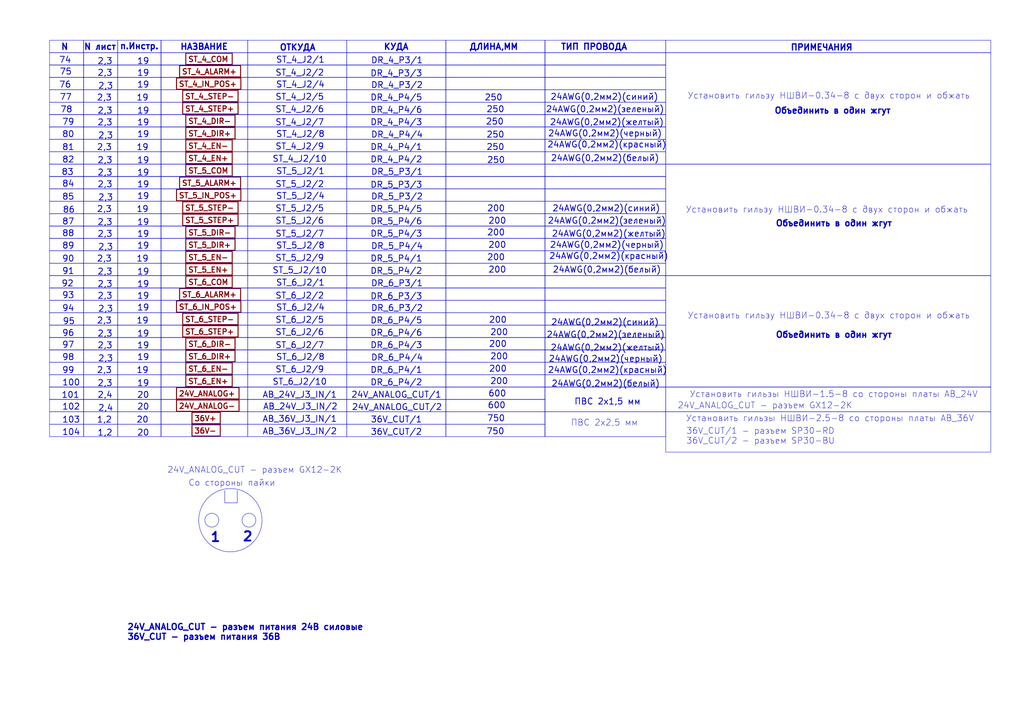
<source format=kicad_sch>
(kicad_sch
	(version 20250114)
	(generator "eeschema")
	(generator_version "9.0")
	(uuid "ea4a956e-9d37-460b-888f-013143ec389f")
	(paper "A3")
	(lib_symbols)
	(rectangle
		(start 20.32 87.63)
		(end 34.29 92.71)
		(stroke
			(width 0)
			(type default)
		)
		(fill
			(type none)
		)
		(uuid 009b778b-7fd1-46dc-a7d2-373c8af894a1)
	)
	(rectangle
		(start 142.24 143.51)
		(end 182.88 148.59)
		(stroke
			(width 0)
			(type default)
		)
		(fill
			(type none)
		)
		(uuid 00bdd21d-ea89-4a1d-a444-cef182c9875a)
	)
	(rectangle
		(start 142.24 97.79)
		(end 182.88 102.87)
		(stroke
			(width 0)
			(type default)
		)
		(fill
			(type none)
		)
		(uuid 01e704df-2485-486e-8d09-d501ad03a52f)
	)
	(rectangle
		(start 48.26 46.99)
		(end 66.04 52.07)
		(stroke
			(width 0)
			(type default)
		)
		(fill
			(type none)
		)
		(uuid 024bc294-d774-4d91-83e6-59e1b106df07)
	)
	(rectangle
		(start 48.26 123.19)
		(end 66.04 128.27)
		(stroke
			(width 0)
			(type default)
		)
		(fill
			(type none)
		)
		(uuid 02df132f-e1af-4a90-9065-20c91fb35b95)
	)
	(rectangle
		(start 182.88 77.47)
		(end 223.52 82.55)
		(stroke
			(width 0)
			(type default)
		)
		(fill
			(type none)
		)
		(uuid 04272522-3d8d-4dee-9f3f-653bdcb00f4d)
	)
	(rectangle
		(start 142.24 158.75)
		(end 182.88 163.83)
		(stroke
			(width 0)
			(type default)
		)
		(fill
			(type none)
		)
		(uuid 04da2437-dd18-40e8-9d09-0597ffba305e)
	)
	(rectangle
		(start 48.26 26.67)
		(end 66.04 31.75)
		(stroke
			(width 0)
			(type default)
		)
		(fill
			(type none)
		)
		(uuid 050ea62b-e6f0-43ce-b545-2b1e5c4ecb06)
	)
	(rectangle
		(start 66.04 168.91)
		(end 101.6 173.99)
		(stroke
			(width 0)
			(type default)
		)
		(fill
			(type none)
		)
		(uuid 0521257c-c87f-4559-a263-c7f17c3027a4)
	)
	(rectangle
		(start 34.29 168.91)
		(end 48.26 173.99)
		(stroke
			(width 0)
			(type default)
		)
		(fill
			(type none)
		)
		(uuid 057ed53b-8dfc-4a21-bfbe-ad6712fd968a)
	)
	(rectangle
		(start 142.24 123.19)
		(end 182.88 128.27)
		(stroke
			(width 0)
			(type default)
		)
		(fill
			(type none)
		)
		(uuid 05a2c18b-36ce-4eb8-899b-a1aea7965514)
	)
	(rectangle
		(start 20.32 82.55)
		(end 34.29 87.63)
		(stroke
			(width 0)
			(type default)
		)
		(fill
			(type none)
		)
		(uuid 0631693d-3f81-44b2-8f4c-4bbc90cb1831)
	)
	(rectangle
		(start 182.88 36.83)
		(end 223.52 41.91)
		(stroke
			(width 0)
			(type default)
		)
		(fill
			(type none)
		)
		(uuid 08d72550-1d04-47f9-b334-5ac38569c77d)
	)
	(rectangle
		(start 101.6 26.67)
		(end 142.24 31.75)
		(stroke
			(width 0)
			(type default)
		)
		(fill
			(type none)
		)
		(uuid 091cdf03-1bc1-4de7-a59b-2cc7619c8c1f)
	)
	(rectangle
		(start 223.52 102.87)
		(end 273.05 107.95)
		(stroke
			(width 0)
			(type default)
		)
		(fill
			(type none)
		)
		(uuid 096ef130-8c27-4646-a019-e881b1aadec5)
	)
	(rectangle
		(start 182.88 168.91)
		(end 223.52 173.99)
		(stroke
			(width 0)
			(type default)
		)
		(fill
			(type none)
		)
		(uuid 1107da51-572d-43be-98bc-1daa0d10f357)
	)
	(rectangle
		(start 34.29 158.75)
		(end 48.26 163.83)
		(stroke
			(width 0)
			(type default)
		)
		(fill
			(type none)
		)
		(uuid 1181fc9f-3239-4b7b-81fd-aec915a6b6b6)
	)
	(rectangle
		(start 142.24 21.59)
		(end 182.88 26.67)
		(stroke
			(width 0)
			(type default)
		)
		(fill
			(type none)
		)
		(uuid 139e7b95-0d98-4fd8-87ce-6f42796841b8)
	)
	(rectangle
		(start 66.04 128.27)
		(end 101.6 133.35)
		(stroke
			(width 0)
			(type default)
		)
		(fill
			(type none)
		)
		(uuid 1424ff5f-5e0d-4482-bc8c-2f63785892bf)
	)
	(rectangle
		(start 48.26 72.39)
		(end 66.04 77.47)
		(stroke
			(width 0)
			(type default)
		)
		(fill
			(type none)
		)
		(uuid 146a4e3d-cce7-4840-a737-cf943c37aeaa)
	)
	(rectangle
		(start 34.29 41.91)
		(end 48.26 46.99)
		(stroke
			(width 0)
			(type default)
		)
		(fill
			(type none)
		)
		(uuid 15e8eca1-c2f7-4d32-ba40-179cced917cf)
	)
	(rectangle
		(start 20.32 113.03)
		(end 34.29 118.11)
		(stroke
			(width 0)
			(type default)
		)
		(fill
			(type none)
		)
		(uuid 162697af-bf7c-418e-94fb-466869391fdd)
	)
	(rectangle
		(start 182.88 173.99)
		(end 223.52 179.07)
		(stroke
			(width 0)
			(type default)
		)
		(fill
			(type none)
		)
		(uuid 1697d0bb-ed20-404b-b53d-4bdbec42aeae)
	)
	(rectangle
		(start 48.26 67.31)
		(end 66.04 72.39)
		(stroke
			(width 0)
			(type default)
		)
		(fill
			(type none)
		)
		(uuid 16bc28d0-63da-49f3-86d0-2712e3f10809)
	)
	(rectangle
		(start 20.32 57.15)
		(end 34.29 62.23)
		(stroke
			(width 0)
			(type default)
		)
		(fill
			(type none)
		)
		(uuid 17aa5e34-59c8-49ef-b255-84d96acb49c6)
	)
	(rectangle
		(start 142.24 173.99)
		(end 182.88 179.07)
		(stroke
			(width 0)
			(type default)
		)
		(fill
			(type none)
		)
		(uuid 18e4ef6b-6f7b-48e0-b60d-3ffb8f725a73)
	)
	(rectangle
		(start 223.52 21.59)
		(end 273.05 26.67)
		(stroke
			(width 0)
			(type default)
		)
		(fill
			(type none)
		)
		(uuid 194d48ce-7144-4fc7-a19c-1c4d27499268)
	)
	(rectangle
		(start 142.24 133.35)
		(end 182.88 138.43)
		(stroke
			(width 0)
			(type default)
		)
		(fill
			(type none)
		)
		(uuid 1a08eca5-7492-49df-b6bf-c0f0f25545c9)
	)
	(rectangle
		(start 66.04 62.23)
		(end 101.6 67.31)
		(stroke
			(width 0)
			(type default)
		)
		(fill
			(type none)
		)
		(uuid 1a123b20-4228-4632-9613-9bb95d2a3602)
	)
	(rectangle
		(start 182.88 21.59)
		(end 223.52 26.67)
		(stroke
			(width 0)
			(type default)
		)
		(fill
			(type none)
		)
		(uuid 1aaae5de-955a-4bd7-a9fc-39414792afc2)
	)
	(rectangle
		(start 142.24 128.27)
		(end 182.88 133.35)
		(stroke
			(width 0)
			(type default)
		)
		(fill
			(type none)
		)
		(uuid 1db0a819-ee31-4917-947d-3bed0809f7b6)
	)
	(rectangle
		(start 66.04 87.63)
		(end 101.6 92.71)
		(stroke
			(width 0)
			(type default)
		)
		(fill
			(type none)
		)
		(uuid 1e2a6555-1f96-4ad2-bf5c-6035664773f2)
	)
	(rectangle
		(start 66.04 102.87)
		(end 101.6 107.95)
		(stroke
			(width 0)
			(type default)
		)
		(fill
			(type none)
		)
		(uuid 1ead0702-5bd4-4d16-b0d5-e090655328de)
	)
	(rectangle
		(start 273.05 168.91)
		(end 406.4 185.42)
		(stroke
			(width 0)
			(type default)
		)
		(fill
			(type none)
		)
		(uuid 1f0b4880-6c77-41e0-adde-8f311a9160f9)
	)
	(rectangle
		(start 34.29 163.83)
		(end 48.26 168.91)
		(stroke
			(width 0)
			(type default)
		)
		(fill
			(type none)
		)
		(uuid 1f18258a-b149-490d-a1c3-645f2fac2385)
	)
	(rectangle
		(start 142.24 52.07)
		(end 182.88 57.15)
		(stroke
			(width 0)
			(type default)
		)
		(fill
			(type none)
		)
		(uuid 1fd45b1d-4e42-490d-9530-9624f1869f04)
	)
	(rectangle
		(start 66.04 46.99)
		(end 101.6 52.07)
		(stroke
			(width 0)
			(type default)
		)
		(fill
			(type none)
		)
		(uuid 2181b61e-355b-4374-960b-492c36a8e2a6)
	)
	(rectangle
		(start 101.6 138.43)
		(end 142.24 143.51)
		(stroke
			(width 0)
			(type default)
		)
		(fill
			(type none)
		)
		(uuid 22f0d6e6-d87c-4a79-b218-6e6b90761273)
	)
	(rectangle
		(start 223.52 107.95)
		(end 273.05 113.03)
		(stroke
			(width 0)
			(type default)
		)
		(fill
			(type none)
		)
		(uuid 23a7621e-6431-4b41-b464-1f764fecdb6d)
	)
	(rectangle
		(start 66.04 153.67)
		(end 101.6 158.75)
		(stroke
			(width 0)
			(type default)
		)
		(fill
			(type none)
		)
		(uuid 24214d06-0ee3-4b5a-b319-e0ee2fea1900)
	)
	(rectangle
		(start 48.26 107.95)
		(end 66.04 113.03)
		(stroke
			(width 0)
			(type default)
		)
		(fill
			(type none)
		)
		(uuid 25260e9b-2fc4-460d-882f-a23294071d09)
	)
	(rectangle
		(start 34.29 97.79)
		(end 48.26 102.87)
		(stroke
			(width 0)
			(type default)
		)
		(fill
			(type none)
		)
		(uuid 27bb3ddb-5f7f-4563-936e-d197250ee4a6)
	)
	(rectangle
		(start 182.88 72.39)
		(end 223.52 77.47)
		(stroke
			(width 0)
			(type default)
		)
		(fill
			(type none)
		)
		(uuid 29af6d8b-52e0-4c3a-ac06-2e2606954755)
	)
	(rectangle
		(start 223.52 57.15)
		(end 273.05 62.23)
		(stroke
			(width 0)
			(type default)
		)
		(fill
			(type none)
		)
		(uuid 2a463d5a-b114-4312-bfaf-444cc4381888)
	)
	(rectangle
		(start 20.32 36.83)
		(end 34.29 41.91)
		(stroke
			(width 0)
			(type default)
		)
		(fill
			(type none)
		)
		(uuid 2c0d5a24-14d3-4ca9-9372-e04eb8f95a48)
	)
	(rectangle
		(start 142.24 41.91)
		(end 182.88 46.99)
		(stroke
			(width 0)
			(type default)
		)
		(fill
			(type none)
		)
		(uuid 2c0df728-cc22-4e48-8e60-bdaf830277dd)
	)
	(rectangle
		(start 20.32 148.59)
		(end 34.29 153.67)
		(stroke
			(width 0)
			(type default)
		)
		(fill
			(type none)
		)
		(uuid 2cb01a27-0a37-4725-b0b7-d247aec25a24)
	)
	(rectangle
		(start 48.26 82.55)
		(end 66.04 87.63)
		(stroke
			(width 0)
			(type default)
		)
		(fill
			(type none)
		)
		(uuid 2ddbc34d-afa1-454f-a10b-da34f5a90751)
	)
	(rectangle
		(start 34.29 21.59)
		(end 48.26 26.67)
		(stroke
			(width 0)
			(type default)
		)
		(fill
			(type none)
		)
		(uuid 2e13f060-dc3f-4af8-8b10-38737c1a235e)
	)
	(rectangle
		(start 182.88 128.27)
		(end 223.52 133.35)
		(stroke
			(width 0)
			(type default)
		)
		(fill
			(type none)
		)
		(uuid 2f3d499f-fd73-4121-8a59-c2c36fd54376)
	)
	(rectangle
		(start 66.04 148.59)
		(end 101.6 153.67)
		(stroke
			(width 0)
			(type default)
		)
		(fill
			(type none)
		)
		(uuid 30231a84-ddf9-469f-ba25-d952b35fa70b)
	)
	(rectangle
		(start 34.29 72.39)
		(end 48.26 77.47)
		(stroke
			(width 0)
			(type default)
		)
		(fill
			(type none)
		)
		(uuid 311e1692-64b8-4a54-b055-0a8954706009)
	)
	(rectangle
		(start 101.6 148.59)
		(end 142.24 153.67)
		(stroke
			(width 0)
			(type default)
		)
		(fill
			(type none)
		)
		(uuid 31e860af-09a0-4701-92fc-cdf91d3883d5)
	)
	(rectangle
		(start 142.24 82.55)
		(end 182.88 87.63)
		(stroke
			(width 0)
			(type default)
		)
		(fill
			(type none)
		)
		(uuid 321bbfeb-d385-4d2d-9044-fa5a78f26633)
	)
	(rectangle
		(start 182.88 143.51)
		(end 223.52 148.59)
		(stroke
			(width 0)
			(type default)
		)
		(fill
			(type none)
		)
		(uuid 32dbd03e-4632-4b90-8ef9-5e6b4a6577d1)
	)
	(rectangle
		(start 66.04 26.67)
		(end 101.6 31.75)
		(stroke
			(width 0)
			(type default)
		)
		(fill
			(type none)
		)
		(uuid 34bd9520-b42d-4399-8ef4-d15ad5cd074f)
	)
	(rectangle
		(start 66.04 41.91)
		(end 101.6 46.99)
		(stroke
			(width 0)
			(type default)
		)
		(fill
			(type none)
		)
		(uuid 34c644fd-359e-4a37-bd1d-4a31b9c7e6b0)
	)
	(rectangle
		(start 20.32 26.67)
		(end 34.29 31.75)
		(stroke
			(width 0)
			(type default)
		)
		(fill
			(type none)
		)
		(uuid 34d5683e-2291-4f2b-a16f-b15fe30a44a5)
	)
	(rectangle
		(start 142.24 16.51)
		(end 182.88 21.59)
		(stroke
			(width 0)
			(type default)
		)
		(fill
			(type none)
		)
		(uuid 369c3c7c-10f9-449f-9e63-0e9c2797447c)
	)
	(rectangle
		(start 273.05 16.51)
		(end 406.4 21.59)
		(stroke
			(width 0)
			(type default)
		)
		(fill
			(type none)
		)
		(uuid 394d088d-e7ae-48b4-aff5-d3c2e689af4b)
	)
	(rectangle
		(start 20.32 16.51)
		(end 34.29 21.59)
		(stroke
			(width 0)
			(type default)
		)
		(fill
			(type none)
		)
		(uuid 3bc7b35c-490d-4275-8c45-55da3b5442a5)
	)
	(rectangle
		(start 48.26 158.75)
		(end 66.04 163.83)
		(stroke
			(width 0)
			(type default)
		)
		(fill
			(type none)
		)
		(uuid 3c2194b7-4049-420f-81d9-447a23cd04ae)
	)
	(rectangle
		(start 142.24 102.87)
		(end 182.88 107.95)
		(stroke
			(width 0)
			(type default)
		)
		(fill
			(type none)
		)
		(uuid 3f0a87cf-75af-4456-a488-9dcfed81ef29)
	)
	(rectangle
		(start 182.88 123.19)
		(end 223.52 128.27)
		(stroke
			(width 0)
			(type default)
		)
		(fill
			(type none)
		)
		(uuid 3f217bb1-f3f6-4441-865a-cd11922c3651)
	)
	(rectangle
		(start 223.52 138.43)
		(end 273.05 143.51)
		(stroke
			(width 0)
			(type default)
		)
		(fill
			(type none)
		)
		(uuid 3fed92c6-7717-4557-bb1a-3ad895b3bf0d)
	)
	(rectangle
		(start 34.29 138.43)
		(end 48.26 143.51)
		(stroke
			(width 0)
			(type default)
		)
		(fill
			(type none)
		)
		(uuid 407a3b64-74c1-4816-a4f8-234b646255a5)
	)
	(rectangle
		(start 223.52 143.51)
		(end 273.05 148.59)
		(stroke
			(width 0)
			(type default)
		)
		(fill
			(type none)
		)
		(uuid 40b8019a-086d-4e5e-8396-3fca0c131cca)
	)
	(rectangle
		(start 66.04 133.35)
		(end 101.6 138.43)
		(stroke
			(width 0)
			(type default)
		)
		(fill
			(type none)
		)
		(uuid 427d77b5-4755-4d63-af7f-7180d876aee6)
	)
	(rectangle
		(start 34.29 82.55)
		(end 48.26 87.63)
		(stroke
			(width 0)
			(type default)
		)
		(fill
			(type none)
		)
		(uuid 42835643-7308-44de-8c45-9fc5dbe4d914)
	)
	(rectangle
		(start 34.29 77.47)
		(end 48.26 82.55)
		(stroke
			(width 0)
			(type default)
		)
		(fill
			(type none)
		)
		(uuid 43562a70-7481-40bf-b90d-895abddcb27b)
	)
	(rectangle
		(start 101.6 16.51)
		(end 142.24 21.59)
		(stroke
			(width 0)
			(type default)
		)
		(fill
			(type none)
		)
		(uuid 43c1e2ad-5b4c-41d5-994f-170df4e3eb7f)
	)
	(rectangle
		(start 182.88 87.63)
		(end 223.52 92.71)
		(stroke
			(width 0)
			(type default)
		)
		(fill
			(type none)
		)
		(uuid 44367a4e-0dba-4d7d-89b5-aa3cf839bcbd)
	)
	(rectangle
		(start 223.52 133.35)
		(end 273.05 138.43)
		(stroke
			(width 0)
			(type default)
		)
		(fill
			(type none)
		)
		(uuid 44c80690-7029-4eb0-9b14-f7259cac0cc2)
	)
	(rectangle
		(start 34.29 16.51)
		(end 48.26 21.59)
		(stroke
			(width 0)
			(type default)
		)
		(fill
			(type none)
		)
		(uuid 469b0514-f4f5-4f95-980d-97a1ed536175)
	)
	(rectangle
		(start 142.24 72.39)
		(end 182.88 77.47)
		(stroke
			(width 0)
			(type default)
		)
		(fill
			(type none)
		)
		(uuid 46b954b0-3850-4492-b463-1c271b906d08)
	)
	(rectangle
		(start 101.6 82.55)
		(end 142.24 87.63)
		(stroke
			(width 0)
			(type default)
		)
		(fill
			(type none)
		)
		(uuid 48edf33a-80ce-4291-922d-e240c074de54)
	)
	(rectangle
		(start 273.05 158.75)
		(end 406.4 168.91)
		(stroke
			(width 0)
			(type default)
		)
		(fill
			(type none)
		)
		(uuid 4a81354f-d3ff-43e7-8c7c-c04b26410d0a)
	)
	(rectangle
		(start 223.52 77.47)
		(end 273.05 82.55)
		(stroke
			(width 0)
			(type default)
		)
		(fill
			(type none)
		)
		(uuid 4af341cd-0447-4b23-bb1b-76a24c420ee0)
	)
	(rectangle
		(start 142.24 107.95)
		(end 182.88 113.03)
		(stroke
			(width 0)
			(type default)
		)
		(fill
			(type none)
		)
		(uuid 4b9368c6-cb51-4ff5-a714-95ce543f97a9)
	)
	(rectangle
		(start 20.32 173.99)
		(end 34.29 179.07)
		(stroke
			(width 0)
			(type default)
		)
		(fill
			(type none)
		)
		(uuid 4c092c7d-a41a-4423-a6ac-44ec7e7b8dba)
	)
	(rectangle
		(start 142.24 87.63)
		(end 182.88 92.71)
		(stroke
			(width 0)
			(type default)
		)
		(fill
			(type none)
		)
		(uuid 4c769fe8-7fda-43de-bcc4-7aedb2390c9a)
	)
	(rectangle
		(start 48.26 173.99)
		(end 66.04 179.07)
		(stroke
			(width 0)
			(type default)
		)
		(fill
			(type none)
		)
		(uuid 4d20b5ae-6062-4f9d-bff8-ca9829d05e4d)
	)
	(rectangle
		(start 223.52 62.23)
		(end 273.05 67.31)
		(stroke
			(width 0)
			(type default)
		)
		(fill
			(type none)
		)
		(uuid 4da66ff0-6cd0-4d1e-b21a-d4dc89b6e010)
	)
	(circle
		(center 94.488 213.36)
		(radius 12.9764)
		(stroke
			(width 0)
			(type default)
		)
		(fill
			(type none)
		)
		(uuid 50cc5382-b04b-4e91-992d-c0b20f26880d)
	)
	(rectangle
		(start 223.52 92.71)
		(end 273.05 97.79)
		(stroke
			(width 0)
			(type default)
		)
		(fill
			(type none)
		)
		(uuid 51458f2a-0d81-4302-8910-d98635f87c3d)
	)
	(rectangle
		(start 34.29 31.75)
		(end 48.26 36.83)
		(stroke
			(width 0)
			(type default)
		)
		(fill
			(type none)
		)
		(uuid 5201513e-fe02-465b-b93f-08d3cc46e178)
	)
	(rectangle
		(start 223.52 72.39)
		(end 273.05 77.47)
		(stroke
			(width 0)
			(type default)
		)
		(fill
			(type none)
		)
		(uuid 52ceaacb-7348-468f-a4be-a0d55e9271fc)
	)
	(rectangle
		(start 101.6 133.35)
		(end 142.24 138.43)
		(stroke
			(width 0)
			(type default)
		)
		(fill
			(type none)
		)
		(uuid 5343ad1a-33b2-4b2c-8a0c-7818f144cd29)
	)
	(rectangle
		(start 34.29 143.51)
		(end 48.26 148.59)
		(stroke
			(width 0)
			(type default)
		)
		(fill
			(type none)
		)
		(uuid 5436a072-29c9-4622-a48c-3cb544016a0b)
	)
	(rectangle
		(start 142.24 92.71)
		(end 182.88 97.79)
		(stroke
			(width 0)
			(type default)
		)
		(fill
			(type none)
		)
		(uuid 544d1c45-fd54-4ffa-add1-1a2de1525661)
	)
	(rectangle
		(start 182.88 57.15)
		(end 223.52 62.23)
		(stroke
			(width 0)
			(type default)
		)
		(fill
			(type none)
		)
		(uuid 55f36d96-81bc-4b8a-ba19-b48f49857945)
	)
	(rectangle
		(start 101.6 62.23)
		(end 142.24 67.31)
		(stroke
			(width 0)
			(type default)
		)
		(fill
			(type none)
		)
		(uuid 58124b7f-4972-48e0-83e7-49856ce84cc7)
	)
	(rectangle
		(start 48.26 113.03)
		(end 66.04 118.11)
		(stroke
			(width 0)
			(type default)
		)
		(fill
			(type none)
		)
		(uuid 5b11413a-421b-4c66-9d79-1d3e020f2280)
	)
	(rectangle
		(start 101.6 163.83)
		(end 142.24 168.91)
		(stroke
			(width 0)
			(type default)
		)
		(fill
			(type none)
		)
		(uuid 5b61e904-8716-4f8a-9d94-0aec87e17341)
	)
	(rectangle
		(start 66.04 52.07)
		(end 101.6 57.15)
		(stroke
			(width 0)
			(type default)
		)
		(fill
			(type none)
		)
		(uuid 5be2c064-38e1-4a4a-834a-00823fbd3ab3)
	)
	(rectangle
		(start 182.88 133.35)
		(end 223.52 138.43)
		(stroke
			(width 0)
			(type default)
		)
		(fill
			(type none)
		)
		(uuid 5d0589dd-c414-439d-9554-8a6fedd66962)
	)
	(rectangle
		(start 34.29 52.07)
		(end 48.26 57.15)
		(stroke
			(width 0)
			(type default)
		)
		(fill
			(type none)
		)
		(uuid 5dced6fc-dda3-48d0-969a-ec09b20328a8)
	)
	(rectangle
		(start 66.04 163.83)
		(end 101.6 168.91)
		(stroke
			(width 0)
			(type default)
		)
		(fill
			(type none)
		)
		(uuid 5f3ca1b2-2e5f-4b42-bbf9-8eb92f8a54a5)
	)
	(rectangle
		(start 66.04 173.99)
		(end 101.6 179.07)
		(stroke
			(width 0)
			(type default)
		)
		(fill
			(type none)
		)
		(uuid 6266ed4a-49fa-4946-94c0-ff51a6aea8dd)
	)
	(rectangle
		(start 66.04 158.75)
		(end 101.6 163.83)
		(stroke
			(width 0)
			(type default)
		)
		(fill
			(type none)
		)
		(uuid 62dbfdbb-57b9-437c-9f28-e631013644bc)
	)
	(rectangle
		(start 48.26 153.67)
		(end 66.04 158.75)
		(stroke
			(width 0)
			(type default)
		)
		(fill
			(type none)
		)
		(uuid 63fdd62f-7db7-4c9d-b905-5c9532c47766)
	)
	(rectangle
		(start 101.6 67.31)
		(end 142.24 72.39)
		(stroke
			(width 0)
			(type default)
		)
		(fill
			(type none)
		)
		(uuid 6438052e-61da-4f87-842e-1b6e77492633)
	)
	(rectangle
		(start 20.32 77.47)
		(end 34.29 82.55)
		(stroke
			(width 0)
			(type default)
		)
		(fill
			(type none)
		)
		(uuid 66e2811c-dbce-4e02-b824-b82bd48aecdc)
	)
	(rectangle
		(start 182.88 113.03)
		(end 223.52 118.11)
		(stroke
			(width 0)
			(type default)
		)
		(fill
			(type none)
		)
		(uuid 66eb5584-ff52-4867-9376-a67dcc4406d3)
	)
	(rectangle
		(start 66.04 36.83)
		(end 101.6 41.91)
		(stroke
			(width 0)
			(type default)
		)
		(fill
			(type none)
		)
		(uuid 66efc016-259d-4464-96be-80ff0f0dd13b)
	)
	(rectangle
		(start 101.6 72.39)
		(end 142.24 77.47)
		(stroke
			(width 0)
			(type default)
		)
		(fill
			(type none)
		)
		(uuid 68756a8c-82cc-4151-b90f-5e502cd961c2)
	)
	(rectangle
		(start 20.32 31.75)
		(end 34.29 36.83)
		(stroke
			(width 0)
			(type default)
		)
		(fill
			(type none)
		)
		(uuid 6a15c43a-dcf6-4d19-bce1-38f15c30e6a5)
	)
	(rectangle
		(start 101.6 173.99)
		(end 142.24 179.07)
		(stroke
			(width 0)
			(type default)
		)
		(fill
			(type none)
		)
		(uuid 6b10375a-c255-4abe-bd4c-06574f52fa28)
	)
	(rectangle
		(start 34.29 57.15)
		(end 48.26 62.23)
		(stroke
			(width 0)
			(type default)
		)
		(fill
			(type none)
		)
		(uuid 6b276276-ec95-4de8-ba45-b5625d3b9b4b)
	)
	(rectangle
		(start 223.52 31.75)
		(end 273.05 36.83)
		(stroke
			(width 0)
			(type default)
		)
		(fill
			(type none)
		)
		(uuid 6bb43ad7-7d29-474e-9fee-7124fa4355e5)
	)
	(rectangle
		(start 66.04 92.71)
		(end 101.6 97.79)
		(stroke
			(width 0)
			(type default)
		)
		(fill
			(type none)
		)
		(uuid 6e88d835-ef0d-47ea-a4dd-5a5b9b162382)
	)
	(rectangle
		(start 101.6 168.91)
		(end 142.24 173.99)
		(stroke
			(width 0)
			(type default)
		)
		(fill
			(type none)
		)
		(uuid 6fc9bb42-0783-4608-ae87-32cc27b3a77b)
	)
	(rectangle
		(start 142.24 57.15)
		(end 182.88 62.23)
		(stroke
			(width 0)
			(type default)
		)
		(fill
			(type none)
		)
		(uuid 716dbae3-02b1-40b9-9a2c-b75617b3919e)
	)
	(rectangle
		(start 66.04 123.19)
		(end 101.6 128.27)
		(stroke
			(width 0)
			(type default)
		)
		(fill
			(type none)
		)
		(uuid 72135f96-5de2-47ea-a50d-e2cea040369c)
	)
	(rectangle
		(start 101.6 57.15)
		(end 142.24 62.23)
		(stroke
			(width 0)
			(type default)
		)
		(fill
			(type none)
		)
		(uuid 7490e08a-244b-4bf3-a2c0-7e3d60b12538)
	)
	(rectangle
		(start 182.88 31.75)
		(end 223.52 36.83)
		(stroke
			(width 0)
			(type default)
		)
		(fill
			(type none)
		)
		(uuid 74dec678-37fb-4009-afa1-ac0ea8e7b8c2)
	)
	(rectangle
		(start 101.6 21.59)
		(end 142.24 26.67)
		(stroke
			(width 0)
			(type default)
		)
		(fill
			(type none)
		)
		(uuid 75b0671e-39f3-486b-bba3-a8309d992220)
	)
	(rectangle
		(start 223.52 82.55)
		(end 273.05 87.63)
		(stroke
			(width 0)
			(type default)
		)
		(fill
			(type none)
		)
		(uuid 75c49194-6768-4082-8bd3-0d19a521640c)
	)
	(rectangle
		(start 48.26 102.87)
		(end 66.04 107.95)
		(stroke
			(width 0)
			(type default)
		)
		(fill
			(type none)
		)
		(uuid 7824c800-80ee-4483-8a88-2eb7c892914b)
	)
	(rectangle
		(start 142.24 118.11)
		(end 182.88 123.19)
		(stroke
			(width 0)
			(type default)
		)
		(fill
			(type none)
		)
		(uuid 785bfdd6-76d8-409f-a936-f7295c0ca258)
	)
	(rectangle
		(start 101.6 31.75)
		(end 142.24 36.83)
		(stroke
			(width 0)
			(type default)
		)
		(fill
			(type none)
		)
		(uuid 78666b88-83c7-430e-9b23-540a27f0ad69)
	)
	(rectangle
		(start 34.29 173.99)
		(end 48.26 179.07)
		(stroke
			(width 0)
			(type default)
		)
		(fill
			(type none)
		)
		(uuid 788c1634-113e-4b3f-b58e-7d02e0d3b8ba)
	)
	(circle
		(center 102.108 213.36)
		(radius 2.8398)
		(stroke
			(width 0)
			(type default)
		)
		(fill
			(type none)
		)
		(uuid 78a5081d-cc7a-4663-9234-70d9342ead30)
	)
	(rectangle
		(start 66.04 107.95)
		(end 101.6 113.03)
		(stroke
			(width 0)
			(type default)
		)
		(fill
			(type none)
		)
		(uuid 790eb491-823b-4f80-8bab-8be28db86547)
	)
	(rectangle
		(start 34.29 67.31)
		(end 48.26 72.39)
		(stroke
			(width 0)
			(type default)
		)
		(fill
			(type none)
		)
		(uuid 793dd5bc-f169-487c-86cf-1c6a80a55748)
	)
	(rectangle
		(start 48.26 133.35)
		(end 66.04 138.43)
		(stroke
			(width 0)
			(type default)
		)
		(fill
			(type none)
		)
		(uuid 79e21711-b163-482c-8eef-26081ee04192)
	)
	(rectangle
		(start 273.05 67.31)
		(end 406.4 113.03)
		(stroke
			(width 0)
			(type default)
		)
		(fill
			(type none)
		)
		(uuid 7a153a44-a6c7-48f0-a5f0-b4fb2386badb)
	)
	(rectangle
		(start 20.32 143.51)
		(end 34.29 148.59)
		(stroke
			(width 0)
			(type default)
		)
		(fill
			(type none)
		)
		(uuid 7a2e6c2f-7ce8-42f3-a75e-b693590ff183)
	)
	(rectangle
		(start 20.32 102.87)
		(end 34.29 107.95)
		(stroke
			(width 0)
			(type default)
		)
		(fill
			(type none)
		)
		(uuid 7ba0c8cb-7af4-4ce5-abb7-4c71c0f4d9dc)
	)
	(rectangle
		(start 273.05 113.03)
		(end 406.4 158.75)
		(stroke
			(width 0)
			(type default)
		)
		(fill
			(type none)
		)
		(uuid 7c104ac2-bf88-44cc-a7a6-61bc672ee78b)
	)
	(rectangle
		(start 101.6 118.11)
		(end 142.24 123.19)
		(stroke
			(width 0)
			(type default)
		)
		(fill
			(type none)
		)
		(uuid 7c86c810-69dc-4bc3-a8d5-ae6c02be44fc)
	)
	(rectangle
		(start 66.04 31.75)
		(end 101.6 36.83)
		(stroke
			(width 0)
			(type default)
		)
		(fill
			(type none)
		)
		(uuid 7dd53d1d-2e13-4fc3-ab28-bb1346970721)
	)
	(rectangle
		(start 20.32 158.75)
		(end 34.29 163.83)
		(stroke
			(width 0)
			(type default)
		)
		(fill
			(type none)
		)
		(uuid 7ec9e577-6a0a-4db2-be63-012f76cbf5ca)
	)
	(rectangle
		(start 34.29 46.99)
		(end 48.26 52.07)
		(stroke
			(width 0)
			(type default)
		)
		(fill
			(type none)
		)
		(uuid 7f68dba8-f797-452d-ab7b-3ee46158dfe2)
	)
	(rectangle
		(start 34.29 92.71)
		(end 48.26 97.79)
		(stroke
			(width 0)
			(type default)
		)
		(fill
			(type none)
		)
		(uuid 7f8ad025-9d1c-403f-83f6-202015bcd7de)
	)
	(rectangle
		(start 182.88 67.31)
		(end 223.52 72.39)
		(stroke
			(width 0)
			(type default)
		)
		(fill
			(type none)
		)
		(uuid 7fb1ad16-14aa-4b08-96b5-5202b24e9b4d)
	)
	(rectangle
		(start 34.29 102.87)
		(end 48.26 107.95)
		(stroke
			(width 0)
			(type default)
		)
		(fill
			(type none)
		)
		(uuid 8068d3f1-24f5-4e63-a35e-0893c43f796c)
	)
	(rectangle
		(start 20.32 52.07)
		(end 34.29 57.15)
		(stroke
			(width 0)
			(type default)
		)
		(fill
			(type none)
		)
		(uuid 81685cf0-08d7-4b5b-93bc-8d5f0ee1eb37)
	)
	(rectangle
		(start 142.24 148.59)
		(end 182.88 153.67)
		(stroke
			(width 0)
			(type default)
		)
		(fill
			(type none)
		)
		(uuid 817688eb-dc01-4d95-8e66-b40e7d1ef0b5)
	)
	(rectangle
		(start 34.29 153.67)
		(end 48.26 158.75)
		(stroke
			(width 0)
			(type default)
		)
		(fill
			(type none)
		)
		(uuid 8199e02b-afdb-45d0-a40f-6dc554a4a5bc)
	)
	(rectangle
		(start 48.26 36.83)
		(end 66.04 41.91)
		(stroke
			(width 0)
			(type default)
		)
		(fill
			(type none)
		)
		(uuid 88ee37f0-a82c-4121-acf7-e6e74b13fd1e)
	)
	(rectangle
		(start 48.26 148.59)
		(end 66.04 153.67)
		(stroke
			(width 0)
			(type default)
		)
		(fill
			(type none)
		)
		(uuid 892422c3-184e-47f1-be4b-e46300a955fd)
	)
	(rectangle
		(start 20.32 133.35)
		(end 34.29 138.43)
		(stroke
			(width 0)
			(type default)
		)
		(fill
			(type none)
		)
		(uuid 8db25638-8e57-4f7b-9811-1589b39d23d0)
	)
	(rectangle
		(start 182.88 97.79)
		(end 223.52 102.87)
		(stroke
			(width 0)
			(type default)
		)
		(fill
			(type none)
		)
		(uuid 8debfcd5-d586-4005-85f6-7f73f7e01928)
	)
	(rectangle
		(start 223.52 118.11)
		(end 273.05 123.19)
		(stroke
			(width 0)
			(type default)
		)
		(fill
			(type none)
		)
		(uuid 8e89dbbf-7ae7-48bb-947b-1b40bf074f91)
	)
	(rectangle
		(start 66.04 82.55)
		(end 101.6 87.63)
		(stroke
			(width 0)
			(type default)
		)
		(fill
			(type none)
		)
		(uuid 8e96829f-3113-4816-930c-7769fce6ad3a)
	)
	(rectangle
		(start 66.04 97.79)
		(end 101.6 102.87)
		(stroke
			(width 0)
			(type default)
		)
		(fill
			(type none)
		)
		(uuid 8ee9fe1b-ca7b-4a53-a393-68c5b021e788)
	)
	(rectangle
		(start 20.32 163.83)
		(end 34.29 168.91)
		(stroke
			(width 0)
			(type default)
		)
		(fill
			(type none)
		)
		(uuid 8fd00d28-67ae-4232-a3f7-1b3eaa173b9f)
	)
	(rectangle
		(start 182.88 153.67)
		(end 223.52 158.75)
		(stroke
			(width 0)
			(type default)
		)
		(fill
			(type none)
		)
		(uuid 8fe4e70e-ddc9-4a84-8660-21a8d189331f)
	)
	(rectangle
		(start 223.52 36.83)
		(end 273.05 41.91)
		(stroke
			(width 0)
			(type default)
		)
		(fill
			(type none)
		)
		(uuid 8fefc6a7-5b0f-47c1-a388-c6f63e58169e)
	)
	(rectangle
		(start 20.32 138.43)
		(end 34.29 143.51)
		(stroke
			(width 0)
			(type default)
		)
		(fill
			(type none)
		)
		(uuid 90bde248-8ac8-4e8c-85e1-2a851e6325cd)
	)
	(rectangle
		(start 48.26 52.07)
		(end 66.04 57.15)
		(stroke
			(width 0)
			(type default)
		)
		(fill
			(type none)
		)
		(uuid 90c7c207-bcb8-4f19-9457-b5311dbd529e)
	)
	(rectangle
		(start 34.29 87.63)
		(end 48.26 92.71)
		(stroke
			(width 0)
			(type default)
		)
		(fill
			(type none)
		)
		(uuid 92e646c3-0da5-4fa1-a2e9-dd12180af668)
	)
	(rectangle
		(start 101.6 107.95)
		(end 142.24 113.03)
		(stroke
			(width 0)
			(type default)
		)
		(fill
			(type none)
		)
		(uuid 9307426d-1ff8-4839-b6e0-420db91c6e2c)
	)
	(rectangle
		(start 182.88 158.75)
		(end 223.52 163.83)
		(stroke
			(width 0)
			(type default)
		)
		(fill
			(type none)
		)
		(uuid 930fd620-f70b-45d6-9fe5-240e043d7cae)
	)
	(rectangle
		(start 182.88 82.55)
		(end 223.52 87.63)
		(stroke
			(width 0)
			(type default)
		)
		(fill
			(type none)
		)
		(uuid 93d0a3d1-5885-41ca-85ed-ec3eae5861a6)
	)
	(rectangle
		(start 34.29 113.03)
		(end 48.26 118.11)
		(stroke
			(width 0)
			(type default)
		)
		(fill
			(type none)
		)
		(uuid 93da3a23-ef30-4354-b4be-8bf0e4db76a2)
	)
	(rectangle
		(start 223.52 97.79)
		(end 273.05 102.87)
		(stroke
			(width 0)
			(type default)
		)
		(fill
			(type none)
		)
		(uuid 94a57bcd-2975-4a68-b14c-600b1f27151c)
	)
	(rectangle
		(start 20.32 67.31)
		(end 34.29 72.39)
		(stroke
			(width 0)
			(type default)
		)
		(fill
			(type none)
		)
		(uuid 96021f13-a2af-47c6-b544-dc138bb15cc6)
	)
	(rectangle
		(start 142.24 168.91)
		(end 182.88 173.99)
		(stroke
			(width 0)
			(type default)
		)
		(fill
			(type none)
		)
		(uuid 9680f7a1-8ac4-43fa-996c-ca5fb9b50673)
	)
	(rectangle
		(start 223.52 148.59)
		(end 273.05 153.67)
		(stroke
			(width 0)
			(type default)
		)
		(fill
			(type none)
		)
		(uuid 96cb3cb3-82e1-4e94-845e-9aab88b6e6fe)
	)
	(rectangle
		(start 34.29 62.23)
		(end 48.26 67.31)
		(stroke
			(width 0)
			(type default)
		)
		(fill
			(type none)
		)
		(uuid 9712b755-5990-4467-accf-3d9c8e84aad8)
	)
	(rectangle
		(start 101.6 46.99)
		(end 142.24 52.07)
		(stroke
			(width 0)
			(type default)
		)
		(fill
			(type none)
		)
		(uuid 9b121b0c-2735-4e56-8b7b-1e0a4dfc14f7)
	)
	(rectangle
		(start 34.29 128.27)
		(end 48.26 133.35)
		(stroke
			(width 0)
			(type default)
		)
		(fill
			(type none)
		)
		(uuid 9c79ae1d-7af4-4861-b998-93d9009720cb)
	)
	(rectangle
		(start 66.04 72.39)
		(end 101.6 77.47)
		(stroke
			(width 0)
			(type default)
		)
		(fill
			(type none)
		)
		(uuid 9cda20da-5aaa-400a-ba9a-6b6c5f69dc98)
	)
	(rectangle
		(start 142.24 26.67)
		(end 182.88 31.75)
		(stroke
			(width 0)
			(type default)
		)
		(fill
			(type none)
		)
		(uuid 9d9770b6-6ab3-4f00-ac23-3c0b623fccec)
	)
	(rectangle
		(start 101.6 153.67)
		(end 142.24 158.75)
		(stroke
			(width 0)
			(type default)
		)
		(fill
			(type none)
		)
		(uuid 9e403395-3b52-4184-a073-cdc1f5659212)
	)
	(rectangle
		(start 101.6 123.19)
		(end 142.24 128.27)
		(stroke
			(width 0)
			(type default)
		)
		(fill
			(type none)
		)
		(uuid 9e56b867-2a61-47ec-be81-e601f332f5f2)
	)
	(rectangle
		(start 20.32 46.99)
		(end 34.29 52.07)
		(stroke
			(width 0)
			(type default)
		)
		(fill
			(type none)
		)
		(uuid a142b888-4dfa-4572-b293-c74dfcfd6405)
	)
	(rectangle
		(start 142.24 31.75)
		(end 182.88 36.83)
		(stroke
			(width 0)
			(type default)
		)
		(fill
			(type none)
		)
		(uuid a1e07ed3-d210-4216-b1cf-5f6fd704e24a)
	)
	(rectangle
		(start 48.26 41.91)
		(end 66.04 46.99)
		(stroke
			(width 0)
			(type default)
		)
		(fill
			(type none)
		)
		(uuid a26b19fe-cb55-4bf1-aa49-1c1be5c05c8e)
	)
	(rectangle
		(start 20.32 123.19)
		(end 34.29 128.27)
		(stroke
			(width 0)
			(type default)
		)
		(fill
			(type none)
		)
		(uuid a47a156f-d273-473e-b9df-3e4013255906)
	)
	(rectangle
		(start 66.04 113.03)
		(end 101.6 118.11)
		(stroke
			(width 0)
			(type default)
		)
		(fill
			(type none)
		)
		(uuid a53c3c01-027e-451c-8bfd-690d5ac9c474)
	)
	(rectangle
		(start 223.52 123.19)
		(end 273.05 128.27)
		(stroke
			(width 0)
			(type default)
		)
		(fill
			(type none)
		)
		(uuid a569c13d-5675-4337-9c6f-469b5ef076a7)
	)
	(rectangle
		(start 223.52 168.91)
		(end 273.05 179.07)
		(stroke
			(width 0)
			(type default)
		)
		(fill
			(type none)
		)
		(uuid a587a294-1b8c-4a84-86ac-97b87a7b9412)
	)
	(rectangle
		(start 66.04 16.51)
		(end 101.6 21.59)
		(stroke
			(width 0)
			(type default)
		)
		(fill
			(type none)
		)
		(uuid a65c486a-6cf2-41dd-a6a2-77ffba1769bb)
	)
	(rectangle
		(start 182.88 52.07)
		(end 223.52 57.15)
		(stroke
			(width 0)
			(type default)
		)
		(fill
			(type none)
		)
		(uuid a69caa88-b916-4765-ab8d-b24195eb42e4)
	)
	(rectangle
		(start 142.24 36.83)
		(end 182.88 41.91)
		(stroke
			(width 0)
			(type default)
		)
		(fill
			(type none)
		)
		(uuid a8f88e57-0981-48a7-b13c-9580d4f37999)
	)
	(rectangle
		(start 20.32 62.23)
		(end 34.29 67.31)
		(stroke
			(width 0)
			(type default)
		)
		(fill
			(type none)
		)
		(uuid aac0f2b2-f580-48a4-95bf-06cf321ac11e)
	)
	(rectangle
		(start 20.32 118.11)
		(end 34.29 123.19)
		(stroke
			(width 0)
			(type default)
		)
		(fill
			(type none)
		)
		(uuid aad9c878-c5bd-486c-92a0-8dbf137415e3)
	)
	(rectangle
		(start 48.26 31.75)
		(end 66.04 36.83)
		(stroke
			(width 0)
			(type default)
		)
		(fill
			(type none)
		)
		(uuid aae4e48a-5be8-4abc-8e9a-af51339f3708)
	)
	(rectangle
		(start 48.26 57.15)
		(end 66.04 62.23)
		(stroke
			(width 0)
			(type default)
		)
		(fill
			(type none)
		)
		(uuid ae3996c3-93ee-44c5-8eeb-c7387f852679)
	)
	(rectangle
		(start 182.88 148.59)
		(end 223.52 153.67)
		(stroke
			(width 0)
			(type default)
		)
		(fill
			(type none)
		)
		(uuid aea50482-2c12-46af-84ae-3943fcb4a484)
	)
	(rectangle
		(start 223.52 16.51)
		(end 273.05 21.59)
		(stroke
			(width 0)
			(type default)
		)
		(fill
			(type none)
		)
		(uuid b34f4861-0340-4eed-9b85-460008b88571)
	)
	(rectangle
		(start 182.88 118.11)
		(end 223.52 123.19)
		(stroke
			(width 0)
			(type default)
		)
		(fill
			(type none)
		)
		(uuid b3a87afa-50a0-4e30-bc19-0c2ca1920f3a)
	)
	(rectangle
		(start 182.88 41.91)
		(end 223.52 46.99)
		(stroke
			(width 0)
			(type default)
		)
		(fill
			(type none)
		)
		(uuid b3d576eb-6f64-4390-b789-27c7a547560f)
	)
	(rectangle
		(start 66.04 138.43)
		(end 101.6 143.51)
		(stroke
			(width 0)
			(type default)
		)
		(fill
			(type none)
		)
		(uuid b58167f4-277e-43b0-a3da-964d33161f14)
	)
	(rectangle
		(start 101.6 143.51)
		(end 142.24 148.59)
		(stroke
			(width 0)
			(type default)
		)
		(fill
			(type none)
		)
		(uuid b59347e9-9551-4472-bd7e-3db8e6450b83)
	)
	(rectangle
		(start 20.32 153.67)
		(end 34.29 158.75)
		(stroke
			(width 0)
			(type default)
		)
		(fill
			(type none)
		)
		(uuid b5ae7221-105f-4a84-a168-e595ec849401)
	)
	(rectangle
		(start 223.52 41.91)
		(end 273.05 46.99)
		(stroke
			(width 0)
			(type default)
		)
		(fill
			(type none)
		)
		(uuid b5d07f10-3d11-493e-bf6f-639f39aaeaf3)
	)
	(rectangle
		(start 48.26 92.71)
		(end 66.04 97.79)
		(stroke
			(width 0)
			(type default)
		)
		(fill
			(type none)
		)
		(uuid b5e3101d-0bd7-4982-9100-b2f752c3da19)
	)
	(rectangle
		(start 48.26 16.51)
		(end 66.04 21.59)
		(stroke
			(width 0)
			(type default)
		)
		(fill
			(type none)
		)
		(uuid b6d1cc68-2044-4e68-b2fe-c6d180baf703)
	)
	(rectangle
		(start 182.88 16.51)
		(end 223.52 21.59)
		(stroke
			(width 0)
			(type default)
		)
		(fill
			(type none)
		)
		(uuid b89e2446-e4cf-4957-bb23-5ebfaae88bb4)
	)
	(rectangle
		(start 142.24 62.23)
		(end 182.88 67.31)
		(stroke
			(width 0)
			(type default)
		)
		(fill
			(type none)
		)
		(uuid b8ffbb1a-ce48-4fb1-8e05-4b42f96d034f)
	)
	(rectangle
		(start 66.04 67.31)
		(end 101.6 72.39)
		(stroke
			(width 0)
			(type default)
		)
		(fill
			(type none)
		)
		(uuid b93b74c7-2e54-4a02-97e6-e4d82e0dacd3)
	)
	(rectangle
		(start 66.04 21.59)
		(end 101.6 26.67)
		(stroke
			(width 0)
			(type default)
		)
		(fill
			(type none)
		)
		(uuid bb143afb-073c-44d6-86f3-ecf2e5751632)
	)
	(rectangle
		(start 48.26 128.27)
		(end 66.04 133.35)
		(stroke
			(width 0)
			(type default)
		)
		(fill
			(type none)
		)
		(uuid bd94da3d-36ac-4e0c-b4d0-c176a1e81ab2)
	)
	(rectangle
		(start 223.52 87.63)
		(end 273.05 92.71)
		(stroke
			(width 0)
			(type default)
		)
		(fill
			(type none)
		)
		(uuid be351dfa-6e9b-40e1-9685-6e454462e202)
	)
	(rectangle
		(start 182.88 46.99)
		(end 223.52 52.07)
		(stroke
			(width 0)
			(type default)
		)
		(fill
			(type none)
		)
		(uuid beac1d9a-f4ff-4c41-b6bc-43b76a5dde7c)
	)
	(rectangle
		(start 101.6 92.71)
		(end 142.24 97.79)
		(stroke
			(width 0)
			(type default)
		)
		(fill
			(type none)
		)
		(uuid c0ed0b08-2d6b-4717-9271-483341e70e62)
	)
	(rectangle
		(start 182.88 138.43)
		(end 223.52 143.51)
		(stroke
			(width 0)
			(type default)
		)
		(fill
			(type none)
		)
		(uuid c139ad5b-ab7c-4a8b-afb0-d80b5f6ba42d)
	)
	(rectangle
		(start 142.24 153.67)
		(end 182.88 158.75)
		(stroke
			(width 0)
			(type default)
		)
		(fill
			(type none)
		)
		(uuid c261e263-aede-4312-9879-f5bf4ca696c1)
	)
	(rectangle
		(start 101.6 52.07)
		(end 142.24 57.15)
		(stroke
			(width 0)
			(type default)
		)
		(fill
			(type none)
		)
		(uuid c2a2a8a5-9b3c-4907-861b-cd0786ff458d)
	)
	(rectangle
		(start 223.52 67.31)
		(end 273.05 72.39)
		(stroke
			(width 0)
			(type default)
		)
		(fill
			(type none)
		)
		(uuid c35fdc08-cd8a-4d0c-a6d8-d3cf2593bfe0)
	)
	(rectangle
		(start 20.32 41.91)
		(end 34.29 46.99)
		(stroke
			(width 0)
			(type default)
		)
		(fill
			(type none)
		)
		(uuid c39b25b9-acef-41c4-8423-6d2aadef08b4)
	)
	(rectangle
		(start 101.6 41.91)
		(end 142.24 46.99)
		(stroke
			(width 0)
			(type default)
		)
		(fill
			(type none)
		)
		(uuid c62f3f15-ac8a-449f-9369-009f85de9e49)
	)
	(rectangle
		(start 223.52 52.07)
		(end 273.05 57.15)
		(stroke
			(width 0)
			(type default)
		)
		(fill
			(type none)
		)
		(uuid c6b61966-d13e-408b-900b-01025f4a639e)
	)
	(rectangle
		(start 48.26 62.23)
		(end 66.04 67.31)
		(stroke
			(width 0)
			(type default)
		)
		(fill
			(type none)
		)
		(uuid c6b6dd34-d799-4213-a154-74d7964e46f5)
	)
	(rectangle
		(start 101.6 102.87)
		(end 142.24 107.95)
		(stroke
			(width 0)
			(type default)
		)
		(fill
			(type none)
		)
		(uuid c71c5696-d78d-46bb-94a9-9b2ac72315c7)
	)
	(rectangle
		(start 182.88 62.23)
		(end 223.52 67.31)
		(stroke
			(width 0)
			(type default)
		)
		(fill
			(type none)
		)
		(uuid c76f42e9-e28f-4d31-bf25-afe8cd54fd4f)
	)
	(rectangle
		(start 34.29 123.19)
		(end 48.26 128.27)
		(stroke
			(width 0)
			(type default)
		)
		(fill
			(type none)
		)
		(uuid ca281a97-3b92-463c-8a13-8b0fcffaad6a)
	)
	(circle
		(center 86.868 213.36)
		(radius 2.8398)
		(stroke
			(width 0)
			(type default)
		)
		(fill
			(type none)
		)
		(uuid ca7f55ba-056f-43e0-92d8-0dec106a5c64)
	)
	(rectangle
		(start 223.52 128.27)
		(end 273.05 133.35)
		(stroke
			(width 0)
			(type default)
		)
		(fill
			(type none)
		)
		(uuid cb464a04-fe61-4db0-a0c2-028b1842077e)
	)
	(rectangle
		(start 34.29 26.67)
		(end 48.26 31.75)
		(stroke
			(width 0)
			(type default)
		)
		(fill
			(type none)
		)
		(uuid cc351867-ad73-484d-a9a2-38ce0ac426cb)
	)
	(rectangle
		(start 182.88 26.67)
		(end 223.52 31.75)
		(stroke
			(width 0)
			(type default)
		)
		(fill
			(type none)
		)
		(uuid cdb7c722-73b5-45dc-aac1-f9dabe52ee59)
	)
	(rectangle
		(start 223.52 158.75)
		(end 273.05 168.91)
		(stroke
			(width 0)
			(type default)
		)
		(fill
			(type none)
		)
		(uuid d0a9c22a-ebc5-4590-a5f9-b51af3a2812e)
	)
	(rectangle
		(start 142.24 138.43)
		(end 182.88 143.51)
		(stroke
			(width 0)
			(type default)
		)
		(fill
			(type none)
		)
		(uuid d0e5b289-348e-450a-8e25-a2fc3a042f1a)
	)
	(rectangle
		(start 34.29 133.35)
		(end 48.26 138.43)
		(stroke
			(width 0)
			(type default)
		)
		(fill
			(type none)
		)
		(uuid d184b2ed-c31a-49ba-a271-46e493a9451d)
	)
	(rectangle
		(start 34.29 36.83)
		(end 48.26 41.91)
		(stroke
			(width 0)
			(type default)
		)
		(fill
			(type none)
		)
		(uuid d319765a-f385-4caf-9229-ba84c625f2bb)
	)
	(rectangle
		(start 48.26 21.59)
		(end 66.04 26.67)
		(stroke
			(width 0)
			(type default)
		)
		(fill
			(type none)
		)
		(uuid d356d148-98e6-44ae-a6c9-730c652d3498)
	)
	(rectangle
		(start 101.6 113.03)
		(end 142.24 118.11)
		(stroke
			(width 0)
			(type default)
		)
		(fill
			(type none)
		)
		(uuid d3cc87ae-faa1-48ee-bd1b-f072dc5a830d)
	)
	(rectangle
		(start 48.26 143.51)
		(end 66.04 148.59)
		(stroke
			(width 0)
			(type default)
		)
		(fill
			(type none)
		)
		(uuid d4890f04-7b63-413b-b245-336847d96024)
	)
	(rectangle
		(start 66.04 77.47)
		(end 101.6 82.55)
		(stroke
			(width 0)
			(type default)
		)
		(fill
			(type none)
		)
		(uuid d4fdffe9-1a5d-41e9-9784-62d0b3126c0f)
	)
	(rectangle
		(start 34.29 118.11)
		(end 48.26 123.19)
		(stroke
			(width 0)
			(type default)
		)
		(fill
			(type none)
		)
		(uuid d52043c6-fa81-400a-ac5c-d89bdf4cad2d)
	)
	(rectangle
		(start 34.29 148.59)
		(end 48.26 153.67)
		(stroke
			(width 0)
			(type default)
		)
		(fill
			(type none)
		)
		(uuid d9e6b4a5-9361-4099-b752-d949715490a4)
	)
	(rectangle
		(start 182.88 163.83)
		(end 223.52 168.91)
		(stroke
			(width 0)
			(type default)
		)
		(fill
			(type none)
		)
		(uuid dcbbe3b9-4a36-47c5-9d18-8f228d8988e2)
	)
	(rectangle
		(start 142.24 113.03)
		(end 182.88 118.11)
		(stroke
			(width 0)
			(type default)
		)
		(fill
			(type none)
		)
		(uuid ddca58ea-d87d-4583-a2ce-57b39588bb57)
	)
	(rectangle
		(start 142.24 46.99)
		(end 182.88 52.07)
		(stroke
			(width 0)
			(type default)
		)
		(fill
			(type none)
		)
		(uuid de93f29e-b434-486c-a368-59724fb6a15e)
	)
	(rectangle
		(start 101.6 77.47)
		(end 142.24 82.55)
		(stroke
			(width 0)
			(type default)
		)
		(fill
			(type none)
		)
		(uuid df03a359-a395-4288-8cf2-6080bd8128ad)
	)
	(rectangle
		(start 101.6 158.75)
		(end 142.24 163.83)
		(stroke
			(width 0)
			(type default)
		)
		(fill
			(type none)
		)
		(uuid e20dddb8-2313-44ad-88a1-a6e98876c497)
	)
	(rectangle
		(start 142.24 77.47)
		(end 182.88 82.55)
		(stroke
			(width 0)
			(type default)
		)
		(fill
			(type none)
		)
		(uuid e24f8ce7-f90e-4218-91b6-835a7b652b16)
	)
	(rectangle
		(start 48.26 77.47)
		(end 66.04 82.55)
		(stroke
			(width 0)
			(type default)
		)
		(fill
			(type none)
		)
		(uuid e3308cf7-4289-454e-b8a5-dbb73efb141b)
	)
	(rectangle
		(start 223.52 26.67)
		(end 273.05 31.75)
		(stroke
			(width 0)
			(type default)
		)
		(fill
			(type none)
		)
		(uuid e402e317-0999-405f-9273-d0c78d9746dd)
	)
	(rectangle
		(start 223.52 153.67)
		(end 273.05 158.75)
		(stroke
			(width 0)
			(type default)
		)
		(fill
			(type none)
		)
		(uuid e4facfc1-7460-41d7-8d8b-1f90afcedd6b)
	)
	(rectangle
		(start 101.6 36.83)
		(end 142.24 41.91)
		(stroke
			(width 0)
			(type default)
		)
		(fill
			(type none)
		)
		(uuid e57a9196-e49b-461d-96f9-0bf8b8c81960)
	)
	(rectangle
		(start 20.32 128.27)
		(end 34.29 133.35)
		(stroke
			(width 0)
			(type default)
		)
		(fill
			(type none)
		)
		(uuid e6c04108-b1e8-49ad-a02c-20b590b3cf27)
	)
	(rectangle
		(start 48.26 87.63)
		(end 66.04 92.71)
		(stroke
			(width 0)
			(type default)
		)
		(fill
			(type none)
		)
		(uuid e781e513-d4db-40ff-9067-b86570b46ac0)
	)
	(rectangle
		(start 182.88 107.95)
		(end 223.52 113.03)
		(stroke
			(width 0)
			(type default)
		)
		(fill
			(type none)
		)
		(uuid e7b572d4-fa16-4a00-b724-7c0959ac7e31)
	)
	(rectangle
		(start 48.26 163.83)
		(end 66.04 168.91)
		(stroke
			(width 0)
			(type default)
		)
		(fill
			(type none)
		)
		(uuid e9085aff-f59a-45c7-971f-5ec5fe4380f0)
	)
	(rectangle
		(start 48.26 118.11)
		(end 66.04 123.19)
		(stroke
			(width 0)
			(type default)
		)
		(fill
			(type none)
		)
		(uuid ea306dcf-6237-4684-8d15-cc4be623a3ab)
	)
	(rectangle
		(start 182.88 92.71)
		(end 223.52 97.79)
		(stroke
			(width 0)
			(type default)
		)
		(fill
			(type none)
		)
		(uuid ecd4e256-5fa0-4cdb-9768-943b0dbe5ee9)
	)
	(rectangle
		(start 20.32 168.91)
		(end 34.29 173.99)
		(stroke
			(width 0)
			(type default)
		)
		(fill
			(type none)
		)
		(uuid ee1f2c7e-cfce-46c9-99db-af8808435639)
	)
	(rectangle
		(start 66.04 118.11)
		(end 101.6 123.19)
		(stroke
			(width 0)
			(type default)
		)
		(fill
			(type none)
		)
		(uuid ee324f57-24a0-42c0-8c96-31f137c73657)
	)
	(rectangle
		(start 20.32 107.95)
		(end 34.29 113.03)
		(stroke
			(width 0)
			(type default)
		)
		(fill
			(type none)
		)
		(uuid ef280e82-5e79-4729-bc00-1c4f35671600)
	)
	(rectangle
		(start 20.32 21.59)
		(end 34.29 26.67)
		(stroke
			(width 0)
			(type default)
		)
		(fill
			(type none)
		)
		(uuid efa50d39-3e96-4243-9c1c-e38d4c02b954)
	)
	(rectangle
		(start 48.26 138.43)
		(end 66.04 143.51)
		(stroke
			(width 0)
			(type default)
		)
		(fill
			(type none)
		)
		(uuid f313f7da-0b2a-4221-a04b-e34b9de4c30f)
	)
	(rectangle
		(start 182.88 102.87)
		(end 223.52 107.95)
		(stroke
			(width 0)
			(type default)
		)
		(fill
			(type none)
		)
		(uuid f3d6a51e-56f3-4acb-89bc-2cf1cb7aa4a2)
	)
	(rectangle
		(start 142.24 67.31)
		(end 182.88 72.39)
		(stroke
			(width 0)
			(type default)
		)
		(fill
			(type none)
		)
		(uuid f4dc6908-268f-49b7-9959-13a9a29e7067)
	)
	(rectangle
		(start 223.52 46.99)
		(end 273.05 52.07)
		(stroke
			(width 0)
			(type default)
		)
		(fill
			(type none)
		)
		(uuid f59fdc0f-2378-4f61-9f75-003f3f4991b2)
	)
	(rectangle
		(start 48.26 97.79)
		(end 66.04 102.87)
		(stroke
			(width 0)
			(type default)
		)
		(fill
			(type none)
		)
		(uuid f5f40fe7-caa4-44d6-8b15-38f341eddd87)
	)
	(rectangle
		(start 142.24 163.83)
		(end 182.88 168.91)
		(stroke
			(width 0)
			(type default)
		)
		(fill
			(type none)
		)
		(uuid f6d3751a-a1e7-48d9-bf78-73f845a4c2bc)
	)
	(rectangle
		(start 101.6 97.79)
		(end 142.24 102.87)
		(stroke
			(width 0)
			(type default)
		)
		(fill
			(type none)
		)
		(uuid f78e40ba-7742-4b7f-bb35-5fdf65c0a668)
	)
	(rectangle
		(start 20.32 72.39)
		(end 34.29 77.47)
		(stroke
			(width 0)
			(type default)
		)
		(fill
			(type none)
		)
		(uuid f7d1179d-7038-469f-bb46-8bb898473225)
	)
	(rectangle
		(start 101.6 87.63)
		(end 142.24 92.71)
		(stroke
			(width 0)
			(type default)
		)
		(fill
			(type none)
		)
		(uuid f8c19d2b-50a7-48d5-a2fc-1c429918906f)
	)
	(rectangle
		(start 101.6 128.27)
		(end 142.24 133.35)
		(stroke
			(width 0)
			(type default)
		)
		(fill
			(type none)
		)
		(uuid f9938824-b624-4538-8fcd-e273101b4939)
	)
	(rectangle
		(start 223.52 113.03)
		(end 273.05 118.11)
		(stroke
			(width 0)
			(type default)
		)
		(fill
			(type none)
		)
		(uuid fa1d0498-dbeb-466f-9f00-9b47c6833119)
	)
	(rectangle
		(start 273.05 21.59)
		(end 406.4 67.31)
		(stroke
			(width 0)
			(type default)
		)
		(fill
			(type none)
		)
		(uuid fb8352f1-43fa-4c88-994b-b2383d8a34f7)
	)
	(rectangle
		(start 66.04 143.51)
		(end 101.6 148.59)
		(stroke
			(width 0)
			(type default)
		)
		(fill
			(type none)
		)
		(uuid fcbf0ae8-0ef3-492b-a83d-d0de28362608)
	)
	(rectangle
		(start 20.32 92.71)
		(end 34.29 97.79)
		(stroke
			(width 0)
			(type default)
		)
		(fill
			(type none)
		)
		(uuid fdafac81-d677-4d8b-8c9c-3675b27b4f6e)
	)
	(rectangle
		(start 20.32 97.79)
		(end 34.29 102.87)
		(stroke
			(width 0)
			(type default)
		)
		(fill
			(type none)
		)
		(uuid fdf956cd-684e-46e6-90be-d06f69eb932b)
	)
	(rectangle
		(start 48.26 168.91)
		(end 66.04 173.99)
		(stroke
			(width 0)
			(type default)
		)
		(fill
			(type none)
		)
		(uuid febc8dd0-9da2-43c9-b25b-b1b79a66d2fd)
	)
	(rectangle
		(start 66.04 57.15)
		(end 101.6 62.23)
		(stroke
			(width 0)
			(type default)
		)
		(fill
			(type none)
		)
		(uuid ffaa8100-49fb-4f74-a682-0e4534ce02fc)
	)
	(rectangle
		(start 34.29 107.95)
		(end 48.26 113.03)
		(stroke
			(width 0)
			(type default)
		)
		(fill
			(type none)
		)
		(uuid ffdd122b-2750-4a90-b802-8b7dfa0a0661)
	)
	(text "76"
		(exclude_from_sim no)
		(at 24.13 36.322 0)
		(effects
			(font
				(size 2.5 2.5)
				(thickness 0.3125)
			)
			(justify left bottom)
		)
		(uuid "00d37147-ecbf-4fe7-836b-8484e4851a34")
	)
	(text "24AWG(0,2мм2)(желтый)"
		(exclude_from_sim no)
		(at 249.682 96.012 0)
		(effects
			(font
				(size 2.5 2.5)
				(thickness 0.3125)
			)
		)
		(uuid "0143851e-e7ef-451b-805b-89c0d3818e83")
	)
	(text "AB_36V_J3_IN/1"
		(exclude_from_sim no)
		(at 122.936 171.958 0)
		(effects
			(font
				(size 2.5 2.5)
				(thickness 0.3125)
			)
		)
		(uuid "0402a654-c173-4e31-9b89-0739629ead73")
	)
	(text "1,2"
		(exclude_from_sim no)
		(at 39.878 179.07 0)
		(effects
			(font
				(size 2.5 2.5)
				(thickness 0.3125)
			)
			(justify left bottom)
		)
		(uuid "04f6c501-c0b5-4e3a-a5ac-d0b1742f7868")
	)
	(text "19"
		(exclude_from_sim no)
		(at 56.134 56.642 0)
		(effects
			(font
				(size 2.5 2.5)
				(thickness 0.3125)
			)
			(justify left bottom)
		)
		(uuid "04fbe678-4ed2-483e-964c-a206cec45cd7")
	)
	(text "DR_4_P4/2"
		(exclude_from_sim no)
		(at 162.56 65.532 0)
		(effects
			(font
				(size 2.5 2.5)
				(thickness 0.3125)
			)
		)
		(uuid "069cd8f8-2af4-43ff-850a-e78dcf83ce88")
	)
	(text "750"
		(exclude_from_sim no)
		(at 203.454 171.704 0)
		(effects
			(font
				(size 2.5 2.5)
				(thickness 0.3125)
			)
		)
		(uuid "0722167d-bca7-4b1e-a475-875e8a2b6d53")
	)
	(text "24V_ANALOG_CUT/2"
		(exclude_from_sim no)
		(at 162.814 167.132 0)
		(effects
			(font
				(size 2.5 2.5)
				(thickness 0.3125)
			)
		)
		(uuid "089cf3d3-cc71-46ad-9817-75212a572c63")
	)
	(text "Объединить в один жгут"
		(exclude_from_sim no)
		(at 318.008 138.938 0)
		(effects
			(font
				(size 2.5 2.5)
				(thickness 0.5)
				(bold yes)
			)
			(justify left bottom)
		)
		(uuid "09d52598-4c7a-4150-aeb1-a1e82e45501f")
	)
	(text "Установить гильзы НШВИ-1.5-8 со стороны платы AB_24V"
		(exclude_from_sim no)
		(at 341.884 161.798 0)
		(effects
			(font
				(size 2.54 2.54)
			)
		)
		(uuid "0ae24965-6a18-4c26-a248-f39a5c5330d3")
	)
	(text "DR_4_P4/1"
		(exclude_from_sim no)
		(at 162.56 60.452 0)
		(effects
			(font
				(size 2.5 2.5)
				(thickness 0.3125)
			)
		)
		(uuid "0d58d80f-65e5-4a00-8513-99aa734342d6")
	)
	(text "DR_5_P4/2"
		(exclude_from_sim no)
		(at 162.56 111.252 0)
		(effects
			(font
				(size 2.5 2.5)
				(thickness 0.3125)
			)
		)
		(uuid "0ea99a7b-e52c-44db-94e0-385306090dba")
	)
	(text "19"
		(exclude_from_sim no)
		(at 56.134 77.216 0)
		(effects
			(font
				(size 2.5 2.5)
				(thickness 0.3125)
			)
			(justify left bottom)
		)
		(uuid "0ec301fd-d3cd-42e0-952b-2ea614eb623b")
	)
	(text "ST_4_J2/4"
		(exclude_from_sim no)
		(at 123.19 34.798 0)
		(effects
			(font
				(size 2.5 2.5)
				(thickness 0.3125)
			)
		)
		(uuid "116535ce-2212-42cb-87e7-e081ecd37f6e")
	)
	(text "Объединить в один жгут"
		(exclude_from_sim no)
		(at 317.5 46.99 0)
		(effects
			(font
				(size 2.5 2.5)
				(thickness 0.5)
				(bold yes)
			)
			(justify left bottom)
		)
		(uuid "11f28dd1-1ee3-4aaa-ae50-6e8562a655b5")
	)
	(text "19"
		(exclude_from_sim no)
		(at 55.88 107.696 0)
		(effects
			(font
				(size 2.5 2.5)
				(thickness 0.3125)
			)
			(justify left bottom)
		)
		(uuid "124b380a-4507-4fc9-aa36-3885f5729579")
	)
	(text "2,3"
		(exclude_from_sim no)
		(at 39.624 107.696 0)
		(effects
			(font
				(size 2.5 2.5)
				(thickness 0.3125)
			)
			(justify left bottom)
		)
		(uuid "1472f51c-d6fa-4a74-bd4b-6615c7e9587c")
	)
	(text "24V_ANALOG_CUT/1"
		(exclude_from_sim no)
		(at 162.56 162.052 0)
		(effects
			(font
				(size 2.5 2.5)
				(thickness 0.3125)
			)
		)
		(uuid "14c4ea64-5a75-4e17-b7fc-f3362c7b2d14")
	)
	(text "103"
		(exclude_from_sim no)
		(at 25.4 173.736 0)
		(effects
			(font
				(size 2.5 2.5)
				(thickness 0.3125)
			)
			(justify left bottom)
		)
		(uuid "14cd07df-2afa-4bde-b9e8-3a91230a0f94")
	)
	(text "20"
		(exclude_from_sim no)
		(at 56.134 179.07 0)
		(effects
			(font
				(size 2.5 2.5)
				(thickness 0.3125)
			)
			(justify left bottom)
		)
		(uuid "15983ac8-e453-47ec-9511-c5e02fc2da49")
	)
	(text "2,3"
		(exclude_from_sim no)
		(at 39.878 72.39 0)
		(effects
			(font
				(size 2.5 2.5)
				(thickness 0.3125)
			)
			(justify left bottom)
		)
		(uuid "159b98cf-eb6d-4045-8356-bb834f0cf3d7")
	)
	(text "ST_4_J2/10"
		(exclude_from_sim no)
		(at 122.936 65.278 0)
		(effects
			(font
				(size 2.5 2.5)
				(thickness 0.3125)
			)
		)
		(uuid "170ce59c-7bf8-4e87-afca-a306d6a9535d")
	)
	(text "600"
		(exclude_from_sim no)
		(at 203.708 166.37 0)
		(effects
			(font
				(size 2.5 2.5)
				(thickness 0.3125)
			)
		)
		(uuid "1727aa2f-33cd-414f-bd6a-53b8a689b7aa")
	)
	(text "100"
		(exclude_from_sim no)
		(at 25.4 158.496 0)
		(effects
			(font
				(size 2.5 2.5)
				(thickness 0.3125)
			)
			(justify left bottom)
		)
		(uuid "17e0201a-7289-48ad-81dc-f5414dfc196b")
	)
	(text "85"
		(exclude_from_sim no)
		(at 25.4 82.296 0)
		(effects
			(font
				(size 2.5 2.5)
				(thickness 0.3125)
			)
			(justify left bottom)
		)
		(uuid "1800eefc-1a71-4a6e-84fc-2ccc219aa674")
	)
	(text "ST_6_J2/2"
		(exclude_from_sim no)
		(at 122.936 121.412 0)
		(effects
			(font
				(size 2.5 2.5)
				(thickness 0.3125)
			)
		)
		(uuid "188411a7-a20a-4afa-8c5e-abaea9788f51")
	)
	(text "ST_6_J2/6"
		(exclude_from_sim no)
		(at 122.936 136.398 0)
		(effects
			(font
				(size 2.5 2.5)
				(thickness 0.3125)
			)
		)
		(uuid "193ab682-ca3f-4db2-8ef9-c0d869458856")
	)
	(text "DR_6_P4/3"
		(exclude_from_sim no)
		(at 162.56 141.732 0)
		(effects
			(font
				(size 2.5 2.5)
				(thickness 0.3125)
			)
		)
		(uuid "1992791d-90c4-42dd-aa96-eb938d0364da")
	)
	(text "AB_24V_J3_IN/1"
		(exclude_from_sim no)
		(at 122.936 162.052 0)
		(effects
			(font
				(size 2.5 2.5)
				(thickness 0.3125)
			)
		)
		(uuid "1a24566c-a599-46f2-a9f7-c8a5a3f4f2cf")
	)
	(text "DR_5_P3/1"
		(exclude_from_sim no)
		(at 162.814 70.612 0)
		(effects
			(font
				(size 2.5 2.5)
				(thickness 0.3125)
			)
		)
		(uuid "1a27afa5-839d-423e-bdf6-926de64beab2")
	)
	(text "AB_24V_J3_IN/2"
		(exclude_from_sim no)
		(at 123.19 166.878 0)
		(effects
			(font
				(size 2.5 2.5)
				(thickness 0.3125)
			)
		)
		(uuid "1a96bc03-a82b-4ca5-82d0-dc973d8a8589")
	)
	(text "19"
		(exclude_from_sim no)
		(at 56.134 158.75 0)
		(effects
			(font
				(size 2.5 2.5)
				(thickness 0.3125)
			)
			(justify left bottom)
		)
		(uuid "1b000abf-0610-43d7-b805-793a4548c931")
	)
	(text "ПРИМЕЧАНИЯ"
		(exclude_from_sim no)
		(at 324.104 21.082 0)
		(effects
			(font
				(size 2.5 2.5)
				(thickness 0.5)
				(bold yes)
			)
			(justify left bottom)
		)
		(uuid "1c26f324-47ef-4a1b-9273-e996389f8810")
	)
	(text "Установить гильзу НШВИ-0.34-8 с двух сторон и обжать\n"
		(exclude_from_sim no)
		(at 339.09 86.106 0)
		(effects
			(font
				(size 2.54 2.54)
			)
		)
		(uuid "1c61a6c6-8cf9-402b-ae8c-ce4d25741b8c")
	)
	(text "83"
		(exclude_from_sim no)
		(at 25.146 72.136 0)
		(effects
			(font
				(size 2.5 2.5)
				(thickness 0.3125)
			)
			(justify left bottom)
		)
		(uuid "1c653280-69ea-4b2f-b2d9-6e894891c403")
	)
	(text "93"
		(exclude_from_sim no)
		(at 25.4 122.682 0)
		(effects
			(font
				(size 2.5 2.5)
				(thickness 0.3125)
			)
			(justify left bottom)
		)
		(uuid "1da04e18-ed3a-4dfb-8685-a41766ce11f2")
	)
	(text "ДЛИНА,ММ"
		(exclude_from_sim no)
		(at 192.278 20.828 0)
		(effects
			(font
				(size 2.5 2.5)
				(thickness 0.5)
				(bold yes)
			)
			(justify left bottom)
		)
		(uuid "1fe203b1-586c-42d3-be08-bef2e2239680")
	)
	(text "2,3"
		(exclude_from_sim no)
		(at 39.878 46.99 0)
		(effects
			(font
				(size 2.5 2.5)
				(thickness 0.3125)
			)
			(justify left bottom)
		)
		(uuid "226cc556-d69b-46f6-a493-ab3f6fb03ff4")
	)
	(text "ST_5_J2/4"
		(exclude_from_sim no)
		(at 123.19 80.518 0)
		(effects
			(font
				(size 2.5 2.5)
				(thickness 0.3125)
			)
		)
		(uuid "235a9684-975e-4f6d-a5e6-96a39132421c")
	)
	(text "2,3"
		(exclude_from_sim no)
		(at 39.878 138.43 0)
		(effects
			(font
				(size 2.5 2.5)
				(thickness 0.3125)
			)
			(justify left bottom)
		)
		(uuid "236e5710-b0e5-47a9-b47a-572646efa270")
	)
	(text "НАЗВАНИЕ"
		(exclude_from_sim no)
		(at 93.726 20.828 0)
		(effects
			(font
				(size 2.5 2.5)
				(thickness 0.5)
				(bold yes)
			)
			(justify right bottom)
		)
		(uuid "23703439-447b-48eb-b785-0dfb9176d56f")
	)
	(text "2,3"
		(exclude_from_sim no)
		(at 39.878 97.536 0)
		(effects
			(font
				(size 2.5 2.5)
				(thickness 0.3125)
			)
			(justify left bottom)
		)
		(uuid "262d6c31-350e-410e-9760-1152ccacb4ef")
	)
	(text "2,3"
		(exclude_from_sim no)
		(at 39.878 158.75 0)
		(effects
			(font
				(size 2.5 2.5)
				(thickness 0.3125)
			)
			(justify left bottom)
		)
		(uuid "274a4bc8-adb9-4457-b480-cd8107e5607d")
	)
	(text "ST_5_J2/6"
		(exclude_from_sim no)
		(at 122.936 90.678 0)
		(effects
			(font
				(size 2.5 2.5)
				(thickness 0.3125)
			)
		)
		(uuid "2aa45faa-999e-4b51-879b-462ee79fa573")
	)
	(text "ST_4_J2/1"
		(exclude_from_sim no)
		(at 123.19 24.638 0)
		(effects
			(font
				(size 2.5 2.5)
				(thickness 0.3125)
			)
		)
		(uuid "2b59eb1b-51b2-4b7f-bf7b-404105074773")
	)
	(text "ST_5_J2/5"
		(exclude_from_sim no)
		(at 122.936 85.598 0)
		(effects
			(font
				(size 2.5 2.5)
				(thickness 0.3125)
			)
		)
		(uuid "2b9737cf-299d-4603-a8a8-65593c980a34")
	)
	(text "19"
		(exclude_from_sim no)
		(at 56.134 102.362 0)
		(effects
			(font
				(size 2.5 2.5)
				(thickness 0.3125)
			)
			(justify left bottom)
		)
		(uuid "2bcee5a6-b9e9-4dfb-8b8c-3375147ff656")
	)
	(text "2,3"
		(exclude_from_sim no)
		(at 39.624 133.096 0)
		(effects
			(font
				(size 2.5 2.5)
				(thickness 0.3125)
			)
			(justify left bottom)
		)
		(uuid "2bd60ff1-b6d4-4877-9d83-28996b6f2dff")
	)
	(text "п.Инстр."
		(exclude_from_sim no)
		(at 49.022 20.574 0)
		(effects
			(font
				(size 2.5 2.5)
				(thickness 0.5)
				(bold yes)
			)
			(justify left bottom)
		)
		(uuid "2ece2e19-0c8a-42ee-abba-fcdce677d13d")
	)
	(text "ST_5_J2/2"
		(exclude_from_sim no)
		(at 122.936 75.692 0)
		(effects
			(font
				(size 2.5 2.5)
				(thickness 0.3125)
			)
		)
		(uuid "2fdca3e3-56df-41d0-af74-c0d9395c526e")
	)
	(text "ST_5_J2/9"
		(exclude_from_sim no)
		(at 122.936 105.918 0)
		(effects
			(font
				(size 2.5 2.5)
				(thickness 0.3125)
			)
		)
		(uuid "338838d0-094f-4e3a-b229-0fe92e935e05")
	)
	(text "19"
		(exclude_from_sim no)
		(at 56.134 143.256 0)
		(effects
			(font
				(size 2.5 2.5)
				(thickness 0.3125)
			)
			(justify left bottom)
		)
		(uuid "342228a1-f2f4-4861-91e0-8701acda63ce")
	)
	(text "24AWG(0,2мм2)(черный)"
		(exclude_from_sim no)
		(at 248.412 147.32 0)
		(effects
			(font
				(size 2.5 2.5)
				(thickness 0.3125)
			)
		)
		(uuid "34a289b4-7e5d-458a-9ac9-05b6a24ec89b")
	)
	(text "24AWG(0,2мм2)(красный)"
		(exclude_from_sim no)
		(at 249.682 105.156 0)
		(effects
			(font
				(size 2.5 2.5)
				(thickness 0.3125)
			)
		)
		(uuid "354146c3-0b2f-4cc7-b90d-fabc1a5e39aa")
	)
	(text "DR_6_P3/2"
		(exclude_from_sim no)
		(at 162.814 126.492 0)
		(effects
			(font
				(size 2.5 2.5)
				(thickness 0.3125)
			)
		)
		(uuid "35926a98-b0cd-4194-b481-eca953fc2058")
	)
	(text "DR_5_P4/5"
		(exclude_from_sim no)
		(at 162.56 85.852 0)
		(effects
			(font
				(size 2.5 2.5)
				(thickness 0.3125)
			)
		)
		(uuid "35a6e7c3-f37b-4468-8070-6842ee9965b4")
	)
	(text "DR_4_P4/4"
		(exclude_from_sim no)
		(at 162.814 55.372 0)
		(effects
			(font
				(size 2.5 2.5)
				(thickness 0.3125)
			)
		)
		(uuid "3b65db26-0086-4477-b462-8fde28f87e4b")
	)
	(text "78"
		(exclude_from_sim no)
		(at 24.638 46.482 0)
		(effects
			(font
				(size 2.5 2.5)
				(thickness 0.3125)
			)
			(justify left bottom)
		)
		(uuid "4027f52c-ebb6-4c3b-b73f-4606c9b93a29")
	)
	(text "24AWG(0,2мм2)(зеленый)"
		(exclude_from_sim no)
		(at 248.158 44.958 0)
		(effects
			(font
				(size 2.5 2.5)
				(thickness 0.3125)
			)
		)
		(uuid "40c92276-2d62-43fc-aea5-46b4ced07cf8")
	)
	(text "79"
		(exclude_from_sim no)
		(at 25.4 51.562 0)
		(effects
			(font
				(size 2.5 2.5)
				(thickness 0.3125)
			)
			(justify left bottom)
		)
		(uuid "428641ce-6490-4ee0-ad72-ddd05f7b6a53")
	)
	(text "86"
		(exclude_from_sim no)
		(at 25.654 87.63 0)
		(effects
			(font
				(size 2.5 2.5)
				(thickness 0.3125)
			)
			(justify left bottom)
		)
		(uuid "43ec6695-0839-4fa4-8686-81f9f4414fc9")
	)
	(text "200"
		(exclude_from_sim no)
		(at 204.216 131.318 0)
		(effects
			(font
				(size 2.5 2.5)
				(thickness 0.3125)
			)
		)
		(uuid "4549b747-7a71-412f-932a-a84fdf1dd550")
	)
	(text "19"
		(exclude_from_sim no)
		(at 56.134 113.03 0)
		(effects
			(font
				(size 2.5 2.5)
				(thickness 0.3125)
			)
			(justify left bottom)
		)
		(uuid "454be8fe-505e-4ea3-a335-f44446cade13")
	)
	(text "36V_CUT/2"
		(exclude_from_sim no)
		(at 162.56 177.292 0)
		(effects
			(font
				(size 2.5 2.5)
				(thickness 0.3125)
			)
		)
		(uuid "46f90507-1030-44b5-87a1-243bac20bf40")
	)
	(text "200"
		(exclude_from_sim no)
		(at 203.454 95.504 0)
		(effects
			(font
				(size 2.5 2.5)
				(thickness 0.3125)
			)
		)
		(uuid "48165238-1df2-475e-a88b-820637927f5a")
	)
	(text "200"
		(exclude_from_sim no)
		(at 204.216 151.384 0)
		(effects
			(font
				(size 2.5 2.5)
				(thickness 0.3125)
			)
		)
		(uuid "4a8d4430-66b4-4984-a9b6-469ef1cdeab3")
	)
	(text "ST_6_J2/8"
		(exclude_from_sim no)
		(at 123.19 146.558 0)
		(effects
			(font
				(size 2.5 2.5)
				(thickness 0.3125)
			)
		)
		(uuid "4c91838b-48ae-4f3b-a6af-70fbd54872a5")
	)
	(text "24V_ANALOG_CUT - разъем питания 24В силовые\n36V_CUT - разъем питания 36В\n"
		(exclude_from_sim no)
		(at 52.07 259.334 0)
		(effects
			(font
				(size 2.5 2.5)
				(thickness 0.5)
				(bold yes)
			)
			(justify left)
		)
		(uuid "4ce6b86f-cd7d-45f9-90c2-6a462e6f94b9")
	)
	(text "750"
		(exclude_from_sim no)
		(at 203.2 177.038 0)
		(effects
			(font
				(size 2.5 2.5)
				(thickness 0.3125)
			)
		)
		(uuid "4ec1d474-3f7b-4338-b245-0e378abfcb11")
	)
	(text "24AWG(0,2мм2)(синий)"
		(exclude_from_sim no)
		(at 248.666 85.598 0)
		(effects
			(font
				(size 2.5 2.5)
				(thickness 0.3125)
			)
		)
		(uuid "515bdd11-a889-47a4-8be9-654392ee956c")
	)
	(text "2,3"
		(exclude_from_sim no)
		(at 40.132 128.27 0)
		(effects
			(font
				(size 2.5 2.5)
				(thickness 0.3125)
			)
			(justify left bottom)
		)
		(uuid "54322fef-9c1d-4436-80ac-2a4fa4c8f755")
	)
	(text "2,3"
		(exclude_from_sim no)
		(at 39.624 41.656 0)
		(effects
			(font
				(size 2.5 2.5)
				(thickness 0.3125)
			)
			(justify left bottom)
		)
		(uuid "55939b07-8669-44bd-b838-522d02233eed")
	)
	(text "DR_6_P3/1"
		(exclude_from_sim no)
		(at 162.814 116.332 0)
		(effects
			(font
				(size 2.5 2.5)
				(thickness 0.3125)
			)
		)
		(uuid "56a9e75f-7556-49c3-94a3-5b85e8066433")
	)
	(text "19"
		(exclude_from_sim no)
		(at 55.88 61.976 0)
		(effects
			(font
				(size 2.5 2.5)
				(thickness 0.3125)
			)
			(justify left bottom)
		)
		(uuid "5a6eaee3-0687-4c6c-8937-c787c09eefb9")
	)
	(text "200"
		(exclude_from_sim no)
		(at 204.216 141.224 0)
		(effects
			(font
				(size 2.5 2.5)
				(thickness 0.3125)
			)
		)
		(uuid "5a7ba6b3-8128-44bd-8bd2-379f8f6e6289")
	)
	(text "DR_6_P4/2"
		(exclude_from_sim no)
		(at 162.56 156.972 0)
		(effects
			(font
				(size 2.5 2.5)
				(thickness 0.3125)
			)
		)
		(uuid "5c3720e5-489c-40f7-be0f-74cae5b6d928")
	)
	(text "104"
		(exclude_from_sim no)
		(at 25.4 178.816 0)
		(effects
			(font
				(size 2.5 2.5)
				(thickness 0.3125)
			)
			(justify left bottom)
		)
		(uuid "5e126426-7ffa-446b-a406-576628a2033e")
	)
	(text "ТИП ПРОВОДА"
		(exclude_from_sim no)
		(at 229.87 20.828 0)
		(effects
			(font
				(size 2.5 2.5)
				(thickness 0.5)
				(bold yes)
			)
			(justify left bottom)
		)
		(uuid "5e46b9c0-8384-4c0f-af17-0b02c2e8bc14")
	)
	(text "2,3"
		(exclude_from_sim no)
		(at 40.132 148.59 0)
		(effects
			(font
				(size 2.5 2.5)
				(thickness 0.3125)
			)
			(justify left bottom)
		)
		(uuid "5e7884ad-6ab5-4377-8eb4-cb95310d4423")
	)
	(text "2"
		(exclude_from_sim no)
		(at 101.6 220.218 0)
		(effects
			(font
				(size 3.81 3.81)
				(thickness 0.762)
				(bold yes)
			)
		)
		(uuid "600193ef-c69b-45f4-9ac4-9f0e7b6d9fe0")
	)
	(text "1"
		(exclude_from_sim no)
		(at 88.392 220.472 0)
		(effects
			(font
				(size 3.81 3.81)
				(thickness 0.762)
				(bold yes)
			)
		)
		(uuid "6394829a-f466-4e94-8f51-be4ee901920b")
	)
	(text "2,3"
		(exclude_from_sim no)
		(at 40.132 57.15 0)
		(effects
			(font
				(size 2.5 2.5)
				(thickness 0.3125)
			)
			(justify left bottom)
		)
		(uuid "66f9bd85-ab62-4b48-8451-df48f39eb8f2")
	)
	(text "88"
		(exclude_from_sim no)
		(at 25.4 97.282 0)
		(effects
			(font
				(size 2.5 2.5)
				(thickness 0.3125)
			)
			(justify left bottom)
		)
		(uuid "67e5a715-23aa-4c39-92f0-507a56fe51ef")
	)
	(text "ST_4_J2/9"
		(exclude_from_sim no)
		(at 122.936 60.198 0)
		(effects
			(font
				(size 2.5 2.5)
				(thickness 0.3125)
			)
		)
		(uuid "6821ea29-fe74-4cae-996e-5b5cd3ae9fdc")
	)
	(text "ST_6_J2/5"
		(exclude_from_sim no)
		(at 122.936 131.318 0)
		(effects
			(font
				(size 2.5 2.5)
				(thickness 0.3125)
			)
		)
		(uuid "6a0deb71-b467-43ec-a876-1f45062a0687")
	)
	(text "102"
		(exclude_from_sim no)
		(at 25.4 168.402 0)
		(effects
			(font
				(size 2.5 2.5)
				(thickness 0.3125)
			)
			(justify left bottom)
		)
		(uuid "6b7b6af3-f6e9-4272-a4c7-65db79fdc71a")
	)
	(text "24AWG(0,2мм2)(белый)"
		(exclude_from_sim no)
		(at 248.412 157.48 0)
		(effects
			(font
				(size 2.5 2.5)
				(thickness 0.3125)
			)
		)
		(uuid "6bc461dc-3689-4b80-a367-3abd0fe08250")
	)
	(text "24AWG(0,2мм2)(зеленый)"
		(exclude_from_sim no)
		(at 248.92 90.678 0)
		(effects
			(font
				(size 2.5 2.5)
				(thickness 0.3125)
			)
		)
		(uuid "6e713792-188f-46db-ad91-ac43f87b18d5")
	)
	(text "20"
		(exclude_from_sim no)
		(at 56.134 168.402 0)
		(effects
			(font
				(size 2.5 2.5)
				(thickness 0.3125)
			)
			(justify left bottom)
		)
		(uuid "70e97441-45dd-4422-b5ae-95089314d406")
	)
	(text "2,3"
		(exclude_from_sim no)
		(at 40.132 82.55 0)
		(effects
			(font
				(size 2.5 2.5)
				(thickness 0.3125)
			)
			(justify left bottom)
		)
		(uuid "726c3b93-8e0d-45a6-8a39-1e3d172e57e7")
	)
	(text "200"
		(exclude_from_sim no)
		(at 203.962 90.678 0)
		(effects
			(font
				(size 2.5 2.5)
				(thickness 0.3125)
			)
		)
		(uuid "75078770-165c-4c18-b385-9b74482f7f5c")
	)
	(text "24AWG(0,2мм2)(черный)"
		(exclude_from_sim no)
		(at 248.158 54.864 0)
		(effects
			(font
				(size 2.5 2.5)
				(thickness 0.3125)
			)
		)
		(uuid "76f05507-001e-4984-951f-32e86c059579")
	)
	(text "24V_ANALOG_CUT - разъем GX12-2K"
		(exclude_from_sim no)
		(at 277.876 167.894 0)
		(effects
			(font
				(size 2.5 2.5)
			)
			(justify left bottom)
		)
		(uuid "77c4ed5b-e6a1-4858-bdd1-3ec7ef3282e5")
	)
	(text "2,3"
		(exclude_from_sim no)
		(at 39.878 77.216 0)
		(effects
			(font
				(size 2.5 2.5)
				(thickness 0.3125)
			)
			(justify left bottom)
		)
		(uuid "7811be11-7501-42dc-9d2a-489e9b0e2708")
	)
	(text "96"
		(exclude_from_sim no)
		(at 25.4 138.176 0)
		(effects
			(font
				(size 2.5 2.5)
				(thickness 0.3125)
			)
			(justify left bottom)
		)
		(uuid "7bfb2037-216a-43de-a266-9552494bac34")
	)
	(text "Установить гильзу НШВИ-0.34-8 с двух сторон и обжать\n"
		(exclude_from_sim no)
		(at 339.852 129.54 0)
		(effects
			(font
				(size 2.54 2.54)
			)
		)
		(uuid "7dd5afef-795f-474c-9bab-fdfdd4e5f251")
	)
	(text "DR_5_P4/3"
		(exclude_from_sim no)
		(at 162.56 96.012 0)
		(effects
			(font
				(size 2.5 2.5)
				(thickness 0.3125)
			)
		)
		(uuid "7de2c84e-939d-406a-80b7-8fa1b50faa41")
	)
	(text "24AWG(0,2мм2)(синий)"
		(exclude_from_sim no)
		(at 247.904 39.878 0)
		(effects
			(font
				(size 2.5 2.5)
				(thickness 0.3125)
			)
		)
		(uuid "7e7a24cc-e3a5-43f7-be3f-7506d4902aba")
	)
	(text "200"
		(exclude_from_sim no)
		(at 204.724 136.398 0)
		(effects
			(font
				(size 2.5 2.5)
				(thickness 0.3125)
			)
		)
		(uuid "7f534837-2da7-46bd-ad47-9a207b6bcf7e")
	)
	(text "200"
		(exclude_from_sim no)
		(at 204.724 156.464 0)
		(effects
			(font
				(size 2.5 2.5)
				(thickness 0.3125)
			)
		)
		(uuid "809ce5b7-3896-4501-a7d4-e6c8088449e3")
	)
	(text "2,3"
		(exclude_from_sim no)
		(at 39.878 118.11 0)
		(effects
			(font
				(size 2.5 2.5)
				(thickness 0.3125)
			)
			(justify left bottom)
		)
		(uuid "812c9704-7a14-41b5-8c5b-d3876294c8ee")
	)
	(text "ST_5_J2/10"
		(exclude_from_sim no)
		(at 122.936 110.998 0)
		(effects
			(font
				(size 2.5 2.5)
				(thickness 0.3125)
			)
		)
		(uuid "83e355e3-b429-4313-ad2e-fb220a25c902")
	)
	(text "91"
		(exclude_from_sim no)
		(at 25.4 112.776 0)
		(effects
			(font
				(size 2.5 2.5)
				(thickness 0.3125)
			)
			(justify left bottom)
		)
		(uuid "844cb8b5-40c0-4925-8e2c-61b08c2dc5a8")
	)
	(text "DR_4_P4/5"
		(exclude_from_sim no)
		(at 162.56 40.132 0)
		(effects
			(font
				(size 2.5 2.5)
				(thickness 0.3125)
			)
		)
		(uuid "8460e366-6620-4fa1-9edc-36fd61842f9c")
	)
	(text "77"
		(exclude_from_sim no)
		(at 24.384 41.402 0)
		(effects
			(font
				(size 2.5 2.5)
				(thickness 0.3125)
			)
			(justify left bottom)
		)
		(uuid "85414fb0-0506-4647-9957-9629f8d5a7db")
	)
	(text "19"
		(exclude_from_sim no)
		(at 56.134 127.762 0)
		(effects
			(font
				(size 2.5 2.5)
				(thickness 0.3125)
			)
			(justify left bottom)
		)
		(uuid "85833e44-7dab-4d97-9375-da8f86ecfb20")
	)
	(text "DR_6_P4/6"
		(exclude_from_sim no)
		(at 162.56 136.652 0)
		(effects
			(font
				(size 2.5 2.5)
				(thickness 0.3125)
			)
		)
		(uuid "85f5f450-f411-40b9-b1dc-9dc0558ccac8")
	)
	(text "19"
		(exclude_from_sim no)
		(at 56.134 46.99 0)
		(effects
			(font
				(size 2.5 2.5)
				(thickness 0.3125)
			)
			(justify left bottom)
		)
		(uuid "8760dc27-97fd-487d-b522-dac23ab4cc80")
	)
	(text "89"
		(exclude_from_sim no)
		(at 25.4 102.362 0)
		(effects
			(font
				(size 2.5 2.5)
				(thickness 0.3125)
			)
			(justify left bottom)
		)
		(uuid "87962878-abcd-4ea9-80e7-84ec096eb5ec")
	)
	(text "97"
		(exclude_from_sim no)
		(at 25.4 143.002 0)
		(effects
			(font
				(size 2.5 2.5)
				(thickness 0.3125)
			)
			(justify left bottom)
		)
		(uuid "87fa648e-1ae3-488a-9e27-65db450ee95a")
	)
	(text "ST_5_J2/8"
		(exclude_from_sim no)
		(at 123.19 100.838 0)
		(effects
			(font
				(size 2.5 2.5)
				(thickness 0.3125)
			)
		)
		(uuid "889aa55b-41f5-475a-86f1-b63ea3a97601")
	)
	(text "ST_4_J2/6"
		(exclude_from_sim no)
		(at 122.936 44.958 0)
		(effects
			(font
				(size 2.5 2.5)
				(thickness 0.3125)
			)
		)
		(uuid "89101eeb-c409-4d9b-9ab7-1b0e6d0a0f24")
	)
	(text "AB_36V_J3_IN/2"
		(exclude_from_sim no)
		(at 122.936 177.038 0)
		(effects
			(font
				(size 2.5 2.5)
				(thickness 0.3125)
			)
		)
		(uuid "89f6c086-b4ab-4f3b-81c8-0ee5dcd057c4")
	)
	(text "DR_6_P4/5"
		(exclude_from_sim no)
		(at 162.56 131.572 0)
		(effects
			(font
				(size 2.5 2.5)
				(thickness 0.3125)
			)
		)
		(uuid "8a1d33f0-8a2e-466f-888f-e93e7cb94467")
	)
	(text "2,3"
		(exclude_from_sim no)
		(at 39.624 153.416 0)
		(effects
			(font
				(size 2.5 2.5)
				(thickness 0.3125)
			)
			(justify left bottom)
		)
		(uuid "8a75338f-c037-495e-ae88-4cbe74347a98")
	)
	(text "19"
		(exclude_from_sim no)
		(at 56.134 67.31 0)
		(effects
			(font
				(size 2.5 2.5)
				(thickness 0.3125)
			)
			(justify left bottom)
		)
		(uuid "8c69d148-ffa4-45a4-9176-3affe2848c01")
	)
	(text "ОТКУДА"
		(exclude_from_sim no)
		(at 114.554 21.082 0)
		(effects
			(font
				(size 2.5 2.5)
				(thickness 0.5)
				(bold yes)
			)
			(justify left bottom)
		)
		(uuid "8e8c9e9b-691a-4211-8fbe-c8ab44f934be")
	)
	(text "2,3"
		(exclude_from_sim no)
		(at 39.878 31.496 0)
		(effects
			(font
				(size 2.5 2.5)
				(thickness 0.3125)
			)
			(justify left bottom)
		)
		(uuid "91489c2c-e63e-425a-ab8d-48d35df20d1e")
	)
	(text "19"
		(exclude_from_sim no)
		(at 56.134 26.67 0)
		(effects
			(font
				(size 2.5 2.5)
				(thickness 0.3125)
			)
			(justify left bottom)
		)
		(uuid "92124d9a-880c-4d6e-b5ae-fffc6f68842d")
	)
	(text "19"
		(exclude_from_sim no)
		(at 55.88 153.416 0)
		(effects
			(font
				(size 2.5 2.5)
				(thickness 0.3125)
			)
			(justify left bottom)
		)
		(uuid "92226c90-b61b-4e8e-8a80-9295d7b3c91e")
	)
	(text "24AWG(0,2мм2)(красный)"
		(exclude_from_sim no)
		(at 248.92 59.436 0)
		(effects
			(font
				(size 2.5 2.5)
				(thickness 0.3125)
			)
		)
		(uuid "93d1e158-d626-4eb4-b65d-0bc7b9e330fc")
	)
	(text "80"
		(exclude_from_sim no)
		(at 25.4 56.642 0)
		(effects
			(font
				(size 2.5 2.5)
				(thickness 0.3125)
			)
			(justify left bottom)
		)
		(uuid "941db22a-cb16-4b22-aade-9a165947aca0")
	)
	(text "DR_4_P3/3"
		(exclude_from_sim no)
		(at 162.56 30.226 0)
		(effects
			(font
				(size 2.5 2.5)
				(thickness 0.3125)
			)
		)
		(uuid "94450cba-c84b-4b6e-a574-206733f3b361")
	)
	(text "250"
		(exclude_from_sim no)
		(at 203.2 60.452 0)
		(effects
			(font
				(size 2.5 2.5)
				(thickness 0.3125)
			)
		)
		(uuid "944aeb6b-d5c7-4f06-81eb-156a54d5053a")
	)
	(text "ST_6_J2/7"
		(exclude_from_sim no)
		(at 122.936 141.732 0)
		(effects
			(font
				(size 2.5 2.5)
				(thickness 0.3125)
			)
		)
		(uuid "94a44c14-9586-4ac0-8bae-426c82b0e3c6")
	)
	(text "19"
		(exclude_from_sim no)
		(at 56.134 138.43 0)
		(effects
			(font
				(size 2.5 2.5)
				(thickness 0.3125)
			)
			(justify left bottom)
		)
		(uuid "953a0c2f-ff2c-4a15-b9f7-74d7ee055260")
	)
	(text "2,3"
		(exclude_from_sim no)
		(at 39.878 143.256 0)
		(effects
			(font
				(size 2.5 2.5)
				(thickness 0.3125)
			)
			(justify left bottom)
		)
		(uuid "95e74f5a-2d6c-4ad0-a1c5-1e8ab1baf389")
	)
	(text "2,3"
		(exclude_from_sim no)
		(at 40.132 102.87 0)
		(effects
			(font
				(size 2.5 2.5)
				(thickness 0.3125)
			)
			(justify left bottom)
		)
		(uuid "95fef64e-2989-4585-abef-26ebf410cab9")
	)
	(text "24AWG(0,2мм2)(белый)"
		(exclude_from_sim no)
		(at 248.92 110.744 0)
		(effects
			(font
				(size 2.5 2.5)
				(thickness 0.3125)
			)
		)
		(uuid "9827bc53-8b52-4f56-afe2-27506daadf5d")
	)
	(text "94"
		(exclude_from_sim no)
		(at 25.4 128.016 0)
		(effects
			(font
				(size 2.5 2.5)
				(thickness 0.3125)
			)
			(justify left bottom)
		)
		(uuid "99265150-f7d7-46ae-9640-86e0bc64458e")
	)
	(text "DR_5_P3/2"
		(exclude_from_sim no)
		(at 162.814 80.772 0)
		(effects
			(font
				(size 2.5 2.5)
				(thickness 0.3125)
			)
		)
		(uuid "9ba2d218-c224-4dea-b2be-d589f4e61c48")
	)
	(text "200"
		(exclude_from_sim no)
		(at 203.962 100.584 0)
		(effects
			(font
				(size 2.5 2.5)
				(thickness 0.3125)
			)
		)
		(uuid "9cd886ad-cd3f-4a2e-9ebd-436663450bd8")
	)
	(text "92"
		(exclude_from_sim no)
		(at 25.146 117.856 0)
		(effects
			(font
				(size 2.5 2.5)
				(thickness 0.3125)
			)
			(justify left bottom)
		)
		(uuid "9d9c1e9b-6044-468b-bcd1-476b0b4708aa")
	)
	(text "20"
		(exclude_from_sim no)
		(at 55.88 173.736 0)
		(effects
			(font
				(size 2.5 2.5)
				(thickness 0.3125)
			)
			(justify left bottom)
		)
		(uuid "9e456854-c3cf-4c33-90a1-ee78db643293")
	)
	(text "2,3"
		(exclude_from_sim no)
		(at 39.878 67.31 0)
		(effects
			(font
				(size 2.5 2.5)
				(thickness 0.3125)
			)
			(justify left bottom)
		)
		(uuid "a0c8d091-9303-47f9-9bc4-9f0eccac30fa")
	)
	(text "N лист"
		(exclude_from_sim no)
		(at 34.29 20.828 0)
		(effects
			(font
				(size 2.5 2.5)
				(thickness 0.5)
				(bold yes)
			)
			(justify left bottom)
		)
		(uuid "a1f9c2a0-83f3-4971-84be-366aa40a555d")
	)
	(text "95"
		(exclude_from_sim no)
		(at 25.654 133.35 0)
		(effects
			(font
				(size 2.5 2.5)
				(thickness 0.3125)
			)
			(justify left bottom)
		)
		(uuid "a512db90-c5d9-4d88-8b81-489652a13ca1")
	)
	(text "ST_4_J2/2"
		(exclude_from_sim no)
		(at 122.936 29.972 0)
		(effects
			(font
				(size 2.5 2.5)
				(thickness 0.3125)
			)
		)
		(uuid "a5883cc9-e14f-444b-9a8e-d14e35423c5a")
	)
	(text "Объединить в один жгут"
		(exclude_from_sim no)
		(at 318.008 93.218 0)
		(effects
			(font
				(size 2.5 2.5)
				(thickness 0.5)
				(bold yes)
			)
			(justify left bottom)
		)
		(uuid "a5e53d2d-8c26-488e-a3b1-a1335f85ed3d")
	)
	(text "2,3"
		(exclude_from_sim no)
		(at 39.878 113.03 0)
		(effects
			(font
				(size 2.5 2.5)
				(thickness 0.3125)
			)
			(justify left bottom)
		)
		(uuid "a65aacf8-dab3-42ea-8773-457aec3c4812")
	)
	(text "ST_6_J2/9"
		(exclude_from_sim no)
		(at 122.936 151.638 0)
		(effects
			(font
				(size 2.5 2.5)
				(thickness 0.3125)
			)
		)
		(uuid "a6f3316b-af02-4234-b68f-94e0879cec0a")
	)
	(text "Установить гильзы НШВИ-2.5-8 со стороны платы AB_36V"
		(exclude_from_sim no)
		(at 340.36 171.704 0)
		(effects
			(font
				(size 2.54 2.54)
			)
		)
		(uuid "a74fa127-37d5-4a30-ae3d-16cb578193b2")
	)
	(text "19"
		(exclude_from_sim no)
		(at 56.134 51.816 0)
		(effects
			(font
				(size 2.5 2.5)
				(thickness 0.3125)
			)
			(justify left bottom)
		)
		(uuid "a9416559-30ef-40ba-9c81-a03616ae9cc6")
	)
	(text "19"
		(exclude_from_sim no)
		(at 55.88 87.376 0)
		(effects
			(font
				(size 2.5 2.5)
				(thickness 0.3125)
			)
			(justify left bottom)
		)
		(uuid "aa17c657-602c-431f-bb7c-51fa56213dd4")
	)
	(text "19"
		(exclude_from_sim no)
		(at 55.88 133.096 0)
		(effects
			(font
				(size 2.5 2.5)
				(thickness 0.3125)
			)
			(justify left bottom)
		)
		(uuid "aacace83-079a-4acc-914c-b03865699ab6")
	)
	(text "2,4"
		(exclude_from_sim no)
		(at 40.132 168.91 0)
		(effects
			(font
				(size 2.5 2.5)
				(thickness 0.3125)
			)
			(justify left bottom)
		)
		(uuid "ad1584b6-33b3-4ed2-8089-e3afdfa9f364")
	)
	(text "DR_4_P3/2"
		(exclude_from_sim no)
		(at 162.814 35.052 0)
		(effects
			(font
				(size 2.5 2.5)
				(thickness 0.3125)
			)
		)
		(uuid "ad27fccd-5c99-4f38-8d81-0e70ed567a40")
	)
	(text "1,2"
		(exclude_from_sim no)
		(at 39.624 173.736 0)
		(effects
			(font
				(size 2.5 2.5)
				(thickness 0.3125)
			)
			(justify left bottom)
		)
		(uuid "adec499e-9653-4f34-854f-c19598e0972d")
	)
	(text "101"
		(exclude_from_sim no)
		(at 25.146 163.576 0)
		(effects
			(font
				(size 2.5 2.5)
				(thickness 0.3125)
			)
			(justify left bottom)
		)
		(uuid "afbe6afc-9fcb-4024-90ba-5a26597c2f54")
	)
	(text "24AWG(0,2мм2)(желтый)"
		(exclude_from_sim no)
		(at 248.92 50.292 0)
		(effects
			(font
				(size 2.5 2.5)
				(thickness 0.3125)
			)
		)
		(uuid "afc393fe-231e-4268-a11a-671f56ebcc6b")
	)
	(text "250"
		(exclude_from_sim no)
		(at 202.438 40.132 0)
		(effects
			(font
				(size 2.5 2.5)
				(thickness 0.3125)
			)
		)
		(uuid "b1d80fc6-16e5-4b90-9e83-57b2f25a3569")
	)
	(text "250"
		(exclude_from_sim no)
		(at 203.454 65.786 0)
		(effects
			(font
				(size 2.5 2.5)
				(thickness 0.3125)
			)
		)
		(uuid "b273eeae-4123-4f5d-b591-d81d36b0bf8c")
	)
	(text "84"
		(exclude_from_sim no)
		(at 25.4 76.962 0)
		(effects
			(font
				(size 2.5 2.5)
				(thickness 0.3125)
			)
			(justify left bottom)
		)
		(uuid "b35defae-733f-492d-be2b-1f34ec72a5de")
	)
	(text "19"
		(exclude_from_sim no)
		(at 56.134 72.39 0)
		(effects
			(font
				(size 2.5 2.5)
				(thickness 0.3125)
			)
			(justify left bottom)
		)
		(uuid "b3b3c9f1-6b63-45ca-a3bc-4e0a3b52f1ee")
	)
	(text "36V_CUT/1"
		(exclude_from_sim no)
		(at 162.56 172.212 0)
		(effects
			(font
				(size 2.5 2.5)
				(thickness 0.3125)
			)
		)
		(uuid "b4e591d0-fc4a-4b7e-a4b1-3f10675df5aa")
	)
	(text "24AWG(0,2мм2)(красный)"
		(exclude_from_sim no)
		(at 249.174 151.892 0)
		(effects
			(font
				(size 2.5 2.5)
				(thickness 0.3125)
			)
		)
		(uuid "b59a75b8-4831-4ac6-9206-02d92f5248aa")
	)
	(text "DR_5_P4/6"
		(exclude_from_sim no)
		(at 162.56 90.932 0)
		(effects
			(font
				(size 2.5 2.5)
				(thickness 0.3125)
			)
		)
		(uuid "b781ef98-b7df-47bf-8f11-991769360608")
	)
	(text "19"
		(exclude_from_sim no)
		(at 56.134 97.536 0)
		(effects
			(font
				(size 2.5 2.5)
				(thickness 0.3125)
			)
			(justify left bottom)
		)
		(uuid "b7964ec6-3ebb-4e09-84fd-58ec54c080f3")
	)
	(text "24AWG(0,2мм2)(черный)"
		(exclude_from_sim no)
		(at 248.92 100.584 0)
		(effects
			(font
				(size 2.5 2.5)
				(thickness 0.3125)
			)
		)
		(uuid "b8ec874e-ece6-4409-b89b-c9fce140d520")
	)
	(text "DR_4_P4/3"
		(exclude_from_sim no)
		(at 162.56 50.292 0)
		(effects
			(font
				(size 2.5 2.5)
				(thickness 0.3125)
			)
		)
		(uuid "b941963e-15a9-49b5-b66b-6ba2f08ca2a6")
	)
	(text "DR_5_P4/4"
		(exclude_from_sim no)
		(at 162.814 101.092 0)
		(effects
			(font
				(size 2.5 2.5)
				(thickness 0.3125)
			)
		)
		(uuid "bb7bfe94-5d5f-440c-9184-4140f8ca892d")
	)
	(text "200"
		(exclude_from_sim no)
		(at 203.962 110.744 0)
		(effects
			(font
				(size 2.5 2.5)
				(thickness 0.3125)
			)
		)
		(uuid "bdf8b8de-3df1-4882-a378-37f6a0e67f82")
	)
	(text "99"
		(exclude_from_sim no)
		(at 25.4 153.416 0)
		(effects
			(font
				(size 2.5 2.5)
				(thickness 0.3125)
			)
			(justify left bottom)
		)
		(uuid "be9121eb-07cc-41ee-96a2-9bdcc16d7b7c")
	)
	(text "82"
		(exclude_from_sim no)
		(at 25.4 67.056 0)
		(effects
			(font
				(size 2.5 2.5)
				(thickness 0.3125)
			)
			(justify left bottom)
		)
		(uuid "bfa777f2-40cf-48e4-b092-a838b3e9586a")
	)
	(text "DR_6_P4/4"
		(exclude_from_sim no)
		(at 162.814 146.812 0)
		(effects
			(font
				(size 2.5 2.5)
				(thickness 0.3125)
			)
		)
		(uuid "bfb59c3e-8e27-49cd-b8d3-adab9e7fd4d4")
	)
	(text "74"
		(exclude_from_sim no)
		(at 24.13 26.162 0)
		(effects
			(font
				(size 2.5 2.5)
				(thickness 0.3125)
			)
			(justify left bottom)
		)
		(uuid "bfde8b92-1ff5-46ba-8e5b-31be0c4fc486")
	)
	(text "DR_5_P4/1"
		(exclude_from_sim no)
		(at 162.56 106.172 0)
		(effects
			(font
				(size 2.5 2.5)
				(thickness 0.3125)
			)
		)
		(uuid "c08ec466-50b4-4621-a89c-bc9a9bc8fab8")
	)
	(text "90"
		(exclude_from_sim no)
		(at 25.4 107.696 0)
		(effects
			(font
				(size 2.5 2.5)
				(thickness 0.3125)
			)
			(justify left bottom)
		)
		(uuid "c101222e-f42f-4417-81fb-f9e3f64436e2")
	)
	(text "ST_5_J2/1"
		(exclude_from_sim no)
		(at 123.19 70.358 0)
		(effects
			(font
				(size 2.5 2.5)
				(thickness 0.3125)
			)
		)
		(uuid "c3483f45-ce6d-4b9c-868b-651143048960")
	)
	(text "19"
		(exclude_from_sim no)
		(at 56.134 82.042 0)
		(effects
			(font
				(size 2.5 2.5)
				(thickness 0.3125)
			)
			(justify left bottom)
		)
		(uuid "c35e5e19-f230-405a-801b-048c5071c701")
	)
	(text "DR_4_P4/6"
		(exclude_from_sim no)
		(at 162.56 45.212 0)
		(effects
			(font
				(size 2.5 2.5)
				(thickness 0.3125)
			)
		)
		(uuid "c41540c4-8271-42d6-bd41-296430b77457")
	)
	(text "ST_4_J2/7"
		(exclude_from_sim no)
		(at 122.936 50.292 0)
		(effects
			(font
				(size 2.5 2.5)
				(thickness 0.3125)
			)
		)
		(uuid "c46f4d7b-3a75-4bfc-9822-05faf5732822")
	)
	(text "19"
		(exclude_from_sim no)
		(at 56.134 118.11 0)
		(effects
			(font
				(size 2.5 2.5)
				(thickness 0.3125)
			)
			(justify left bottom)
		)
		(uuid "c51268da-eced-4829-91e7-45b9b217131b")
	)
	(text "2,3"
		(exclude_from_sim no)
		(at 39.878 51.816 0)
		(effects
			(font
				(size 2.5 2.5)
				(thickness 0.3125)
			)
			(justify left bottom)
		)
		(uuid "c6a4ef73-75d4-4058-8ffe-5260151d5cc1")
	)
	(text "200"
		(exclude_from_sim no)
		(at 203.454 85.598 0)
		(effects
			(font
				(size 2.5 2.5)
				(thickness 0.3125)
			)
		)
		(uuid "c74ae722-b9cd-45d3-be86-1c5af3ed863f")
	)
	(text "36V_CUT/1 - разъем SP30-RD\n36V_CUT/2 - разъем SP30-BU"
		(exclude_from_sim no)
		(at 281.432 182.372 0)
		(effects
			(font
				(size 2.5 2.5)
			)
			(justify left bottom)
		)
		(uuid "c7b1cef8-71d4-4248-8812-5995c30e03d9")
	)
	(text "N"
		(exclude_from_sim no)
		(at 24.892 20.828 0)
		(effects
			(font
				(size 2.5 2.5)
				(thickness 0.5)
				(bold yes)
			)
			(justify left bottom)
		)
		(uuid "cdc75931-d66a-42f4-b251-a90a1d713dc2")
	)
	(text "19"
		(exclude_from_sim no)
		(at 56.134 92.71 0)
		(effects
			(font
				(size 2.5 2.5)
				(thickness 0.3125)
			)
			(justify left bottom)
		)
		(uuid "cdc7f99b-cfdf-4e20-a15f-5fdb0219c8ed")
	)
	(text "24AWG(0,2мм2)(желтый)"
		(exclude_from_sim no)
		(at 249.174 142.748 0)
		(effects
			(font
				(size 2.5 2.5)
				(thickness 0.3125)
			)
		)
		(uuid "d22f12cc-fed4-48d8-a59c-308f2dbd4daa")
	)
	(text "98"
		(exclude_from_sim no)
		(at 25.4 148.082 0)
		(effects
			(font
				(size 2.5 2.5)
				(thickness 0.3125)
			)
			(justify left bottom)
		)
		(uuid "d2ebb28f-ee72-4ee7-a649-3aef3ff9204e")
	)
	(text "DR_5_P3/3"
		(exclude_from_sim no)
		(at 162.56 75.946 0)
		(effects
			(font
				(size 2.5 2.5)
				(thickness 0.3125)
			)
		)
		(uuid "d38fd2f7-b0f3-48dc-a511-d6e5d891d513")
	)
	(text "ПВС 2х1,5 мм"
		(exclude_from_sim no)
		(at 249.174 164.846 0)
		(effects
			(font
				(size 2.5 2.5)
				(thickness 0.3125)
			)
		)
		(uuid "d5a16759-cb1b-4d48-b542-255b2ee3b65d")
	)
	(text "2,3"
		(exclude_from_sim no)
		(at 40.132 36.83 0)
		(effects
			(font
				(size 2.5 2.5)
				(thickness 0.3125)
			)
			(justify left bottom)
		)
		(uuid "d5dbb1b4-d3f9-4f45-ab25-ce50e75340d6")
	)
	(text "24AWG(0,2мм2)(синий)"
		(exclude_from_sim no)
		(at 248.158 132.334 0)
		(effects
			(font
				(size 2.5 2.5)
				(thickness 0.3125)
			)
		)
		(uuid "d7410407-22b1-4d3a-981d-ab44eba004de")
	)
	(text "ST_6_J2/10"
		(exclude_from_sim no)
		(at 122.936 156.718 0)
		(effects
			(font
				(size 2.5 2.5)
				(thickness 0.3125)
			)
		)
		(uuid "d7817a99-9f76-46f0-b649-0c9113dcc74a")
	)
	(text "75"
		(exclude_from_sim no)
		(at 24.384 30.988 0)
		(effects
			(font
				(size 2.5 2.5)
				(thickness 0.3125)
			)
			(justify left bottom)
		)
		(uuid "d9c23eab-d338-4e51-9541-41b24acf48fe")
	)
	(text "250"
		(exclude_from_sim no)
		(at 203.2 55.372 0)
		(effects
			(font
				(size 2.5 2.5)
				(thickness 0.3125)
			)
		)
		(uuid "db3ff83f-0769-4429-a968-4295a1d73a38")
	)
	(text "2,4"
		(exclude_from_sim no)
		(at 39.878 163.576 0)
		(effects
			(font
				(size 2.5 2.5)
				(thickness 0.3125)
			)
			(justify left bottom)
		)
		(uuid "db55fa46-9cea-424f-8445-06761b5effff")
	)
	(text "ST_4_J2/8"
		(exclude_from_sim no)
		(at 123.19 55.118 0)
		(effects
			(font
				(size 2.5 2.5)
				(thickness 0.3125)
			)
		)
		(uuid "db7b4481-37a8-4a3a-ab2d-47d262e1b6d9")
	)
	(text "24V_ANALOG_CUT - разъем GX12-2K"
		(exclude_from_sim no)
		(at 68.58 194.31 0)
		(effects
			(font
				(size 2.5 2.5)
			)
			(justify left bottom)
		)
		(uuid "dc57196b-b40d-4ca5-a67b-1203390c60c8")
	)
	(text "87"
		(exclude_from_sim no)
		(at 25.4 92.456 0)
		(effects
			(font
				(size 2.5 2.5)
				(thickness 0.3125)
			)
			(justify left bottom)
		)
		(uuid "df58bbb4-a95d-4193-a844-a32b591fef8a")
	)
	(text "Со стороны пайки"
		(exclude_from_sim no)
		(at 77.216 199.644 0)
		(effects
			(font
				(size 2.5 2.5)
			)
			(justify left bottom)
		)
		(uuid "e1c3d246-649e-4480-a3f0-66b77eb7ce56")
	)
	(text "24AWG(0,2мм2)(белый)"
		(exclude_from_sim no)
		(at 248.158 65.024 0)
		(effects
			(font
				(size 2.5 2.5)
				(thickness 0.3125)
			)
		)
		(uuid "e2ace258-33b5-423a-b800-f088b1072eea")
	)
	(text "250"
		(exclude_from_sim no)
		(at 203.2 44.958 0)
		(effects
			(font
				(size 2.5 2.5)
				(thickness 0.3125)
			)
		)
		(uuid "e341ab4c-bc55-45e7-b216-44ab64823b58")
	)
	(text "2,3"
		(exclude_from_sim no)
		(at 39.878 92.71 0)
		(effects
			(font
				(size 2.5 2.5)
				(thickness 0.3125)
			)
			(justify left bottom)
		)
		(uuid "e56ab357-4759-4807-98dc-81dc59bba9ee")
	)
	(text "2,3"
		(exclude_from_sim no)
		(at 39.624 87.376 0)
		(effects
			(font
				(size 2.5 2.5)
				(thickness 0.3125)
			)
			(justify left bottom)
		)
		(uuid "e8086c65-0c14-4183-99e7-223de3ba5dcc")
	)
	(text "Установить гильзу НШВИ-0.34-8 с двух сторон и обжать\n"
		(exclude_from_sim no)
		(at 339.852 39.37 0)
		(effects
			(font
				(size 2.54 2.54)
			)
		)
		(uuid "e9c63dc6-bd85-4f3d-b9bd-ca70bc75ac0e")
	)
	(text "ПВС 2х2,5 мм"
		(exclude_from_sim no)
		(at 247.904 173.482 0)
		(effects
			(font
				(size 2.54 2.54)
			)
		)
		(uuid "eb966f47-fdcd-451e-9f18-adf2461d7b4d")
	)
	(text "200"
		(exclude_from_sim no)
		(at 203.454 105.664 0)
		(effects
			(font
				(size 2.5 2.5)
				(thickness 0.3125)
			)
		)
		(uuid "ebf3e76b-7c77-42eb-9545-911946cd66a7")
	)
	(text "DR_4_P3/1"
		(exclude_from_sim no)
		(at 162.814 24.892 0)
		(effects
			(font
				(size 2.5 2.5)
				(thickness 0.3125)
			)
		)
		(uuid "ec0d5320-0a56-497f-91d5-998ee8327d6b")
	)
	(text "250"
		(exclude_from_sim no)
		(at 202.946 50.038 0)
		(effects
			(font
				(size 2.5 2.5)
				(thickness 0.3125)
			)
		)
		(uuid "ecf3250c-2fe8-4029-b13f-e47a09d65d25")
	)
	(text "ST_6_J2/1"
		(exclude_from_sim no)
		(at 123.19 116.078 0)
		(effects
			(font
				(size 2.5 2.5)
				(thickness 0.3125)
			)
		)
		(uuid "ed1e3e01-bfcd-4233-a48f-6078023c2bac")
	)
	(text "600"
		(exclude_from_sim no)
		(at 203.962 161.544 0)
		(effects
			(font
				(size 2.5 2.5)
				(thickness 0.3125)
			)
		)
		(uuid "ef3fde91-9209-4114-8451-d1804cf5b304")
	)
	(text "24AWG(0,2мм2)(зеленый)"
		(exclude_from_sim no)
		(at 248.412 137.414 0)
		(effects
			(font
				(size 2.5 2.5)
				(thickness 0.3125)
			)
		)
		(uuid "f1c6e0c7-940d-4bbf-a1d9-f6fb3363a408")
	)
	(text "19"
		(exclude_from_sim no)
		(at 56.134 36.322 0)
		(effects
			(font
				(size 2.5 2.5)
				(thickness 0.3125)
			)
			(justify left bottom)
		)
		(uuid "f26b8f7f-c220-4afb-8aaf-5f5fd71257cc")
	)
	(text "DR_6_P4/1"
		(exclude_from_sim no)
		(at 162.56 151.892 0)
		(effects
			(font
				(size 2.5 2.5)
				(thickness 0.3125)
			)
		)
		(uuid "f3fee8c1-c71a-449f-87a6-fbf5dab7598e")
	)
	(text "DR_6_P3/3"
		(exclude_from_sim no)
		(at 162.56 121.666 0)
		(effects
			(font
				(size 2.5 2.5)
				(thickness 0.3125)
			)
		)
		(uuid "f5a69ddd-9e59-4903-8679-35d02e18d1fb")
	)
	(text "ST_5_J2/7"
		(exclude_from_sim no)
		(at 122.936 96.012 0)
		(effects
			(font
				(size 2.5 2.5)
				(thickness 0.3125)
			)
		)
		(uuid "f659d730-6619-4d45-b97a-eb3a530fbe6b")
	)
	(text "19"
		(exclude_from_sim no)
		(at 56.134 31.496 0)
		(effects
			(font
				(size 2.5 2.5)
				(thickness 0.3125)
			)
			(justify left bottom)
		)
		(uuid "f6929ceb-33f5-4b50-8b59-76ad27f5386a")
	)
	(text "2,3"
		(exclude_from_sim no)
		(at 39.878 26.67 0)
		(effects
			(font
				(size 2.5 2.5)
				(thickness 0.3125)
			)
			(justify left bottom)
		)
		(uuid "f6f56b0a-0a6a-4f8c-9497-c50e1e5bfe70")
	)
	(text "19"
		(exclude_from_sim no)
		(at 56.134 148.082 0)
		(effects
			(font
				(size 2.5 2.5)
				(thickness 0.3125)
			)
			(justify left bottom)
		)
		(uuid "f765185e-13db-4de9-b1f4-eecc4c5b461e")
	)
	(text "19"
		(exclude_from_sim no)
		(at 56.134 122.936 0)
		(effects
			(font
				(size 2.5 2.5)
				(thickness 0.3125)
			)
			(justify left bottom)
		)
		(uuid "f8241779-0380-4ddf-bfe6-cb060bc54b4c")
	)
	(text "200"
		(exclude_from_sim no)
		(at 204.724 146.304 0)
		(effects
			(font
				(size 2.5 2.5)
				(thickness 0.3125)
			)
		)
		(uuid "f8bfa2a9-62ae-46f2-9b2c-c3bcaf7b3a16")
	)
	(text "19"
		(exclude_from_sim no)
		(at 55.88 41.656 0)
		(effects
			(font
				(size 2.5 2.5)
				(thickness 0.3125)
			)
			(justify left bottom)
		)
		(uuid "f9d57714-0aef-4d5c-88ed-6ad57ca8fce6")
	)
	(text "81"
		(exclude_from_sim no)
		(at 25.4 61.976 0)
		(effects
			(font
				(size 2.5 2.5)
				(thickness 0.3125)
			)
			(justify left bottom)
		)
		(uuid "fb50b451-289b-4a02-9150-6d6c7ece8eaa")
	)
	(text "КУДА"
		(exclude_from_sim no)
		(at 157.226 20.828 0)
		(effects
			(font
				(size 2.5 2.5)
				(thickness 0.5)
				(bold yes)
			)
			(justify left bottom)
		)
		(uuid "fb8b0d24-6b97-410e-b615-7a909b1098f1")
	)
	(text "20"
		(exclude_from_sim no)
		(at 56.134 163.576 0)
		(effects
			(font
				(size 2.5 2.5)
				(thickness 0.3125)
			)
			(justify left bottom)
		)
		(uuid "fbcbd770-7ce8-4739-878e-ccf7629a47ce")
	)
	(text "2,3"
		(exclude_from_sim no)
		(at 39.624 61.976 0)
		(effects
			(font
				(size 2.5 2.5)
				(thickness 0.3125)
			)
			(justify left bottom)
		)
		(uuid "fca5de4d-271d-4238-9b69-2fa22cc1635a")
	)
	(text "ST_4_J2/5"
		(exclude_from_sim no)
		(at 122.936 39.878 0)
		(effects
			(font
				(size 2.5 2.5)
				(thickness 0.3125)
			)
		)
		(uuid "fdc6d97d-3616-450c-8a1f-4050e7fdf5a4")
	)
	(text "2,3"
		(exclude_from_sim no)
		(at 39.878 122.936 0)
		(effects
			(font
				(size 2.5 2.5)
				(thickness 0.3125)
			)
			(justify left bottom)
		)
		(uuid "fe18340f-c34f-4291-a0f4-45ff354d881f")
	)
	(text "ST_6_J2/4"
		(exclude_from_sim no)
		(at 123.19 126.238 0)
		(effects
			(font
				(size 2.5 2.5)
				(thickness 0.3125)
			)
		)
		(uuid "ffe1487a-a2c8-4213-98fb-21f9c7a9fecf")
	)
	(polyline
		(pts
			(xy 92.202 201.168) (xy 92.202 206.248)
		)
		(stroke
			(width 0)
			(type default)
		)
		(uuid "d2e01d2b-ab8e-4f3e-a1e5-c8c257d9c67c")
	)
	(polyline
		(pts
			(xy 92.202 206.248) (xy 97.282 206.248)
		)
		(stroke
			(width 0)
			(type default)
		)
		(uuid "d541d379-da3d-45d5-8169-6bfe08c532ad")
	)
	(polyline
		(pts
			(xy 97.282 201.168) (xy 97.282 206.248)
		)
		(stroke
			(width 0)
			(type default)
		)
		(uuid "f4fe1c74-25cd-41bc-b4fb-07fbdcd83e27")
	)
	(global_label "ST_4_DIR-"
		(shape passive)
		(at 76.2 49.53 0)
		(fields_autoplaced yes)
		(effects
			(font
				(size 2.2 2.2)
				(thickness 0.4)
				(bold yes)
			)
			(justify left)
		)
		(uuid "09d43209-e2a0-47b6-9c98-851b53cc195d")
		(property "Intersheetrefs" "${INTERSHEET_REFS}"
			(at 97.4607 49.53 0)
			(show_name yes)
			(effects
				(font
					(size 1.27 1.27)
				)
				(justify left)
				(hide yes)
			)
		)
	)
	(global_label "36V+"
		(shape passive)
		(at 78.74 171.45 0)
		(fields_autoplaced yes)
		(effects
			(font
				(size 2.2 2.2)
				(thickness 0.4)
				(bold yes)
			)
			(justify left)
		)
		(uuid "1f33f15f-c399-4529-83da-a451719c2f6e")
		(property "Intersheetrefs" "${INTERSHEET_REFS}"
			(at 91.4102 171.45 0)
			(show_name yes)
			(effects
				(font
					(size 1.27 1.27)
				)
				(justify left)
				(hide yes)
			)
		)
	)
	(global_label "ST_4_ALARM+"
		(shape passive)
		(at 73.66 29.21 0)
		(fields_autoplaced yes)
		(effects
			(font
				(size 2.2 2.2)
				(thickness 0.4)
				(bold yes)
			)
			(justify left)
		)
		(uuid "24560896-24de-4b9c-86de-0c6783418f0b")
		(property "Intersheetrefs" "${INTERSHEET_REFS}"
			(at 99.7398 29.21 0)
			(show_name yes)
			(effects
				(font
					(size 1.27 1.27)
				)
				(justify left)
				(hide yes)
			)
		)
	)
	(global_label "ST_4_STEP-"
		(shape passive)
		(at 74.93 39.37 0)
		(fields_autoplaced yes)
		(effects
			(font
				(size 2.2 2.2)
				(thickness 0.4)
				(bold yes)
			)
			(justify left)
		)
		(uuid "266b8a81-9076-4d07-a0d0-29f3ad52064a")
		(property "Intersheetrefs" "${INTERSHEET_REFS}"
			(at 98.705 39.37 0)
			(show_name yes)
			(effects
				(font
					(size 1.27 1.27)
				)
				(justify left)
				(hide yes)
			)
		)
	)
	(global_label "ST_5_EN-"
		(shape passive)
		(at 76.2 105.41 0)
		(fields_autoplaced yes)
		(effects
			(font
				(size 2.2 2.2)
				(thickness 0.4)
				(bold yes)
			)
			(justify left)
		)
		(uuid "2dab125a-6084-406e-a5cd-8c20ca0978c1")
		(property "Intersheetrefs" "${INTERSHEET_REFS}"
			(at 96.3084 105.41 0)
			(show_name yes)
			(effects
				(font
					(size 1.27 1.27)
				)
				(justify left)
				(hide yes)
			)
		)
	)
	(global_label "ST_6_ALARM+"
		(shape passive)
		(at 73.66 120.65 0)
		(fields_autoplaced yes)
		(effects
			(font
				(size 2.2 2.2)
				(thickness 0.4)
				(bold yes)
			)
			(justify left)
		)
		(uuid "365c2d55-181e-4689-a443-a3b3aa371e9f")
		(property "Intersheetrefs" "${INTERSHEET_REFS}"
			(at 99.7398 120.65 0)
			(show_name yes)
			(effects
				(font
					(size 1.27 1.27)
				)
				(justify left)
				(hide yes)
			)
		)
	)
	(global_label "ST_6_IN_POS+"
		(shape passive)
		(at 72.39 125.73 0)
		(fields_autoplaced yes)
		(effects
			(font
				(size 2.2 2.2)
				(thickness 0.4)
				(bold yes)
			)
			(justify left)
		)
		(uuid "428530b5-621b-4472-8bdf-14a3a21a38b9")
		(property "Intersheetrefs" "${INTERSHEET_REFS}"
			(at 99.8317 125.73 0)
			(show_name yes)
			(effects
				(font
					(size 1.27 1.27)
				)
				(justify left)
				(hide yes)
			)
		)
	)
	(global_label "24V_ANALOG-"
		(shape passive)
		(at 72.39 166.37 0)
		(fields_autoplaced yes)
		(effects
			(font
				(size 2.2 2.2)
				(thickness 0.4)
				(bold yes)
			)
			(justify left)
		)
		(uuid "4f640362-098d-4748-9d1e-0ac2e0e9d5e3")
		(property "Intersheetrefs" "${INTERSHEET_REFS}"
			(at 99.0984 166.37 0)
			(show_name yes)
			(effects
				(font
					(size 1.27 1.27)
				)
				(justify left)
				(hide yes)
			)
		)
	)
	(global_label "ST_5_IN_POS+"
		(shape passive)
		(at 72.39 80.01 0)
		(fields_autoplaced yes)
		(effects
			(font
				(size 2.2 2.2)
				(thickness 0.4)
				(bold yes)
			)
			(justify left)
		)
		(uuid "55ab3d18-7d32-4db3-9c10-6b42eb542091")
		(property "Intersheetrefs" "${INTERSHEET_REFS}"
			(at 99.8317 80.01 0)
			(show_name yes)
			(effects
				(font
					(size 1.27 1.27)
				)
				(justify left)
				(hide yes)
			)
		)
	)
	(global_label "ST_4_EN-"
		(shape passive)
		(at 76.2 59.69 0)
		(fields_autoplaced yes)
		(effects
			(font
				(size 2.2 2.2)
				(thickness 0.4)
				(bold yes)
			)
			(justify left)
		)
		(uuid "5d131d83-f785-4908-b964-38ee88428fff")
		(property "Intersheetrefs" "${INTERSHEET_REFS}"
			(at 96.3084 59.69 0)
			(show_name yes)
			(effects
				(font
					(size 1.27 1.27)
				)
				(justify left)
				(hide yes)
			)
		)
	)
	(global_label "ST_5_STEP+"
		(shape passive)
		(at 74.93 90.17 0)
		(fields_autoplaced yes)
		(effects
			(font
				(size 2.2 2.2)
				(thickness 0.4)
				(bold yes)
			)
			(justify left)
		)
		(uuid "5daf9610-ae80-42c0-bcc9-0531af7bb4ba")
		(property "Intersheetrefs" "${INTERSHEET_REFS}"
			(at 98.705 90.17 0)
			(show_name yes)
			(effects
				(font
					(size 1.27 1.27)
				)
				(justify left)
				(hide yes)
			)
		)
	)
	(global_label "36V-"
		(shape passive)
		(at 78.74 176.53 0)
		(fields_autoplaced yes)
		(effects
			(font
				(size 2.2 2.2)
				(thickness 0.4)
				(bold yes)
			)
			(justify left)
		)
		(uuid "5e41e9d4-88ea-4edc-a466-5feb9375c629")
		(property "Intersheetrefs" "${INTERSHEET_REFS}"
			(at 91.4102 176.53 0)
			(show_name yes)
			(effects
				(font
					(size 1.27 1.27)
				)
				(justify left)
				(hide yes)
			)
		)
	)
	(global_label "ST_6_STEP-"
		(shape passive)
		(at 74.93 130.81 0)
		(fields_autoplaced yes)
		(effects
			(font
				(size 2.2 2.2)
				(thickness 0.4)
				(bold yes)
			)
			(justify left)
		)
		(uuid "6544888c-90a9-43d8-943b-47ef9f0b9c11")
		(property "Intersheetrefs" "${INTERSHEET_REFS}"
			(at 98.705 130.81 0)
			(show_name yes)
			(effects
				(font
					(size 1.27 1.27)
				)
				(justify left)
				(hide yes)
			)
		)
	)
	(global_label "ST_5_EN+"
		(shape passive)
		(at 76.2 110.49 0)
		(fields_autoplaced yes)
		(effects
			(font
				(size 2.2 2.2)
				(thickness 0.4)
				(bold yes)
			)
			(justify left)
		)
		(uuid "681635b1-0afb-4e3c-a68c-6aaa59a1b5fc")
		(property "Intersheetrefs" "${INTERSHEET_REFS}"
			(at 96.3084 110.49 0)
			(show_name yes)
			(effects
				(font
					(size 1.27 1.27)
				)
				(justify left)
				(hide yes)
			)
		)
	)
	(global_label "ST_6_DIR-"
		(shape passive)
		(at 76.2 140.97 0)
		(fields_autoplaced yes)
		(effects
			(font
				(size 2.2 2.2)
				(thickness 0.4)
				(bold yes)
			)
			(justify left)
		)
		(uuid "71e029ac-9b42-4ec7-a384-d85cbfcf8d6a")
		(property "Intersheetrefs" "${INTERSHEET_REFS}"
			(at 97.4607 140.97 0)
			(show_name yes)
			(effects
				(font
					(size 1.27 1.27)
				)
				(justify left)
				(hide yes)
			)
		)
	)
	(global_label "ST_5_ALARM+"
		(shape passive)
		(at 73.66 74.93 0)
		(fields_autoplaced yes)
		(effects
			(font
				(size 2.2 2.2)
				(thickness 0.4)
				(bold yes)
			)
			(justify left)
		)
		(uuid "7a053fce-eee7-4d32-adb4-6399ffd6515e")
		(property "Intersheetrefs" "${INTERSHEET_REFS}"
			(at 99.7398 74.93 0)
			(show_name yes)
			(effects
				(font
					(size 1.27 1.27)
				)
				(justify left)
				(hide yes)
			)
		)
	)
	(global_label "ST_5_DIR+"
		(shape passive)
		(at 76.2 100.33 0)
		(fields_autoplaced yes)
		(effects
			(font
				(size 2.2 2.2)
				(thickness 0.4)
				(bold yes)
			)
			(justify left)
		)
		(uuid "7c534ce4-532b-4a5b-86c2-742253efc8d3")
		(property "Intersheetrefs" "${INTERSHEET_REFS}"
			(at 97.4607 100.33 0)
			(show_name yes)
			(effects
				(font
					(size 1.27 1.27)
				)
				(justify left)
				(hide yes)
			)
		)
	)
	(global_label "ST_6_EN-"
		(shape passive)
		(at 76.2 151.13 0)
		(fields_autoplaced yes)
		(effects
			(font
				(size 2.2 2.2)
				(thickness 0.4)
				(bold yes)
			)
			(justify left)
		)
		(uuid "8052e04f-be41-4498-9b8e-6f14720d31b4")
		(property "Intersheetrefs" "${INTERSHEET_REFS}"
			(at 96.3084 151.13 0)
			(show_name yes)
			(effects
				(font
					(size 1.27 1.27)
				)
				(justify left)
				(hide yes)
			)
		)
	)
	(global_label "ST_4_IN_POS+"
		(shape passive)
		(at 72.39 34.29 0)
		(fields_autoplaced yes)
		(effects
			(font
				(size 2.2 2.2)
				(thickness 0.4)
				(bold yes)
			)
			(justify left)
		)
		(uuid "85359cea-ead5-4f1c-ad53-024810da390f")
		(property "Intersheetrefs" "${INTERSHEET_REFS}"
			(at 99.8317 34.29 0)
			(show_name yes)
			(effects
				(font
					(size 1.27 1.27)
				)
				(justify left)
				(hide yes)
			)
		)
	)
	(global_label "ST_4_STEP+"
		(shape passive)
		(at 74.93 44.45 0)
		(fields_autoplaced yes)
		(effects
			(font
				(size 2.2 2.2)
				(thickness 0.4)
				(bold yes)
			)
			(justify left)
		)
		(uuid "86f1adce-b349-4d93-8680-2a00668f3b03")
		(property "Intersheetrefs" "${INTERSHEET_REFS}"
			(at 98.705 44.45 0)
			(show_name yes)
			(effects
				(font
					(size 1.27 1.27)
				)
				(justify left)
				(hide yes)
			)
		)
	)
	(global_label "ST_6_COM"
		(shape passive)
		(at 76.2 115.57 0)
		(fields_autoplaced yes)
		(effects
			(font
				(size 2.2 2.2)
				(thickness 0.4)
				(bold yes)
			)
			(justify left)
		)
		(uuid "888b91f6-7468-4de8-a09f-a30b1d0b7b5d")
		(property "Intersheetrefs" "${INTERSHEET_REFS}"
			(at 96.3084 115.57 0)
			(show_name yes)
			(effects
				(font
					(size 1.27 1.27)
				)
				(justify left)
				(hide yes)
			)
		)
	)
	(global_label "ST_6_STEP+"
		(shape passive)
		(at 74.93 135.89 0)
		(fields_autoplaced yes)
		(effects
			(font
				(size 2.2 2.2)
				(thickness 0.4)
				(bold yes)
			)
			(justify left)
		)
		(uuid "971d36da-95cc-45b5-9a9c-78ffa7890751")
		(property "Intersheetrefs" "${INTERSHEET_REFS}"
			(at 98.705 135.89 0)
			(show_name yes)
			(effects
				(font
					(size 1.27 1.27)
				)
				(justify left)
				(hide yes)
			)
		)
	)
	(global_label "ST_6_DIR+"
		(shape passive)
		(at 76.2 146.05 0)
		(fields_autoplaced yes)
		(effects
			(font
				(size 2.2 2.2)
				(thickness 0.4)
				(bold yes)
			)
			(justify left)
		)
		(uuid "9919dcbc-5df6-4b51-87c3-ffdc8b5f2fba")
		(property "Intersheetrefs" "${INTERSHEET_REFS}"
			(at 97.4607 146.05 0)
			(show_name yes)
			(effects
				(font
					(size 1.27 1.27)
				)
				(justify left)
				(hide yes)
			)
		)
	)
	(global_label "ST_4_DIR+"
		(shape passive)
		(at 76.2 54.61 0)
		(fields_autoplaced yes)
		(effects
			(font
				(size 2.2 2.2)
				(thickness 0.4)
				(bold yes)
			)
			(justify left)
		)
		(uuid "9cfb785b-97a7-4fa8-a947-ff230b2608b9")
		(property "Intersheetrefs" "${INTERSHEET_REFS}"
			(at 97.4607 54.61 0)
			(show_name yes)
			(effects
				(font
					(size 1.27 1.27)
				)
				(justify left)
				(hide yes)
			)
		)
	)
	(global_label "ST_5_STEP-"
		(shape passive)
		(at 74.93 85.09 0)
		(fields_autoplaced yes)
		(effects
			(font
				(size 2.2 2.2)
				(thickness 0.4)
				(bold yes)
			)
			(justify left)
		)
		(uuid "a0e34749-fd42-40d2-af46-a995dc427c0a")
		(property "Intersheetrefs" "${INTERSHEET_REFS}"
			(at 98.705 85.09 0)
			(show_name yes)
			(effects
				(font
					(size 1.27 1.27)
				)
				(justify left)
				(hide yes)
			)
		)
	)
	(global_label "ST_4_EN+"
		(shape passive)
		(at 76.2 64.77 0)
		(fields_autoplaced yes)
		(effects
			(font
				(size 2.2 2.2)
				(thickness 0.4)
				(bold yes)
			)
			(justify left)
		)
		(uuid "b277ee63-301d-478b-a6ed-f65723beff5c")
		(property "Intersheetrefs" "${INTERSHEET_REFS}"
			(at 96.3084 64.77 0)
			(show_name yes)
			(effects
				(font
					(size 1.27 1.27)
				)
				(justify left)
				(hide yes)
			)
		)
	)
	(global_label "24V_ANALOG+"
		(shape passive)
		(at 72.39 161.29 0)
		(fields_autoplaced yes)
		(effects
			(font
				(size 2.2 2.2)
				(thickness 0.4)
				(bold yes)
			)
			(justify left)
		)
		(uuid "b7ae0e1b-2449-455f-aa4b-5d6934f6cd66")
		(property "Intersheetrefs" "${INTERSHEET_REFS}"
			(at 99.0984 161.29 0)
			(show_name yes)
			(effects
				(font
					(size 1.27 1.27)
				)
				(justify left)
				(hide yes)
			)
		)
	)
	(global_label "ST_5_COM"
		(shape passive)
		(at 76.2 69.85 0)
		(fields_autoplaced yes)
		(effects
			(font
				(size 2.2 2.2)
				(thickness 0.4)
				(bold yes)
			)
			(justify left)
		)
		(uuid "cee3c698-c3cc-44ae-93ec-229e13ff07c3")
		(property "Intersheetrefs" "${INTERSHEET_REFS}"
			(at 96.3084 69.85 0)
			(show_name yes)
			(effects
				(font
					(size 1.27 1.27)
				)
				(justify left)
				(hide yes)
			)
		)
	)
	(global_label "ST_6_EN+"
		(shape passive)
		(at 76.2 156.21 0)
		(fields_autoplaced yes)
		(effects
			(font
				(size 2.2 2.2)
				(thickness 0.4)
				(bold yes)
			)
			(justify left)
		)
		(uuid "d6cb1cfd-100d-41fc-973c-178922909a67")
		(property "Intersheetrefs" "${INTERSHEET_REFS}"
			(at 96.3084 156.21 0)
			(show_name yes)
			(effects
				(font
					(size 1.27 1.27)
				)
				(justify left)
				(hide yes)
			)
		)
	)
	(global_label "ST_4_COM"
		(shape passive)
		(at 76.2 24.13 0)
		(fields_autoplaced yes)
		(effects
			(font
				(size 2.2 2.2)
				(thickness 0.4)
				(bold yes)
			)
			(justify left)
		)
		(uuid "e916105e-0aa3-4d85-851a-42fe8e6051bc")
		(property "Intersheetrefs" "${INTERSHEET_REFS}"
			(at 96.3084 24.13 0)
			(show_name yes)
			(effects
				(font
					(size 1.27 1.27)
				)
				(justify left)
				(hide yes)
			)
		)
	)
	(global_label "ST_5_DIR-"
		(shape passive)
		(at 76.2 95.25 0)
		(fields_autoplaced yes)
		(effects
			(font
				(size 2.2 2.2)
				(thickness 0.4)
				(bold yes)
			)
			(justify left)
		)
		(uuid "f657c265-bd50-4e07-a559-b6f73684fdeb")
		(property "Intersheetrefs" "${INTERSHEET_REFS}"
			(at 97.4607 95.25 0)
			(show_name yes)
			(effects
				(font
					(size 1.27 1.27)
				)
				(justify left)
				(hide yes)
			)
		)
	)
)

</source>
